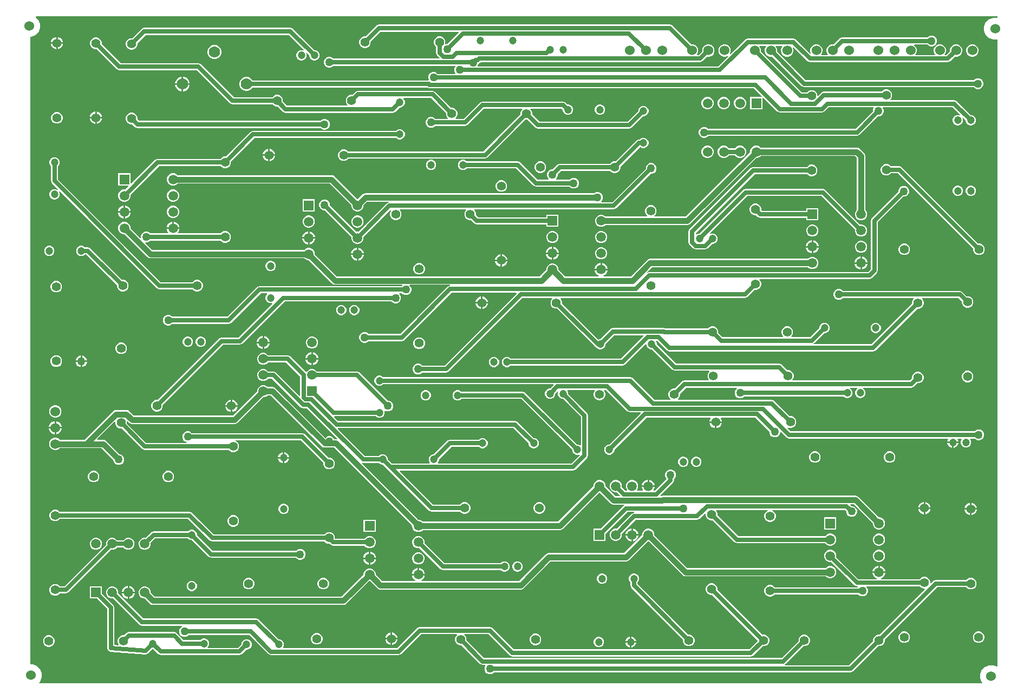
<source format=gbr>
G04*
G04 #@! TF.GenerationSoftware,Altium Limited,Altium Designer,22.4.2 (48)*
G04*
G04 Layer_Physical_Order=2*
G04 Layer_Color=16711680*
%FSLAX25Y25*%
%MOIN*%
G70*
G04*
G04 #@! TF.SameCoordinates,9D7DA267-A193-428E-9E10-CD2539F38239*
G04*
G04*
G04 #@! TF.FilePolarity,Positive*
G04*
G01*
G75*
%ADD22C,0.02500*%
%ADD23C,0.03500*%
%ADD24C,0.05906*%
%ADD25R,0.05906X0.05906*%
%ADD26C,0.07000*%
%ADD27R,0.05906X0.05906*%
%ADD28C,0.04724*%
%ADD29C,0.06000*%
%ADD30C,0.05512*%
%ADD31C,0.05000*%
G36*
X701000Y499817D02*
X700834Y499706D01*
X698166D01*
X695702Y498685D01*
X693815Y496798D01*
X692795Y494334D01*
Y491666D01*
X693815Y489202D01*
X695702Y487315D01*
X698166Y486295D01*
X700834D01*
X701000Y486183D01*
Y100136D01*
X700500Y99808D01*
X698334Y100706D01*
X695666D01*
X693202Y99685D01*
X691315Y97798D01*
X690295Y95334D01*
Y92666D01*
X691315Y90202D01*
X691555Y89962D01*
X691364Y89500D01*
X111136D01*
X110945Y89962D01*
X111685Y90702D01*
X112706Y93166D01*
Y95834D01*
X111685Y98298D01*
X109798Y100185D01*
X107334Y101206D01*
X105500D01*
Y487794D01*
X106334D01*
X108798Y488815D01*
X110685Y490702D01*
X111706Y493166D01*
Y495834D01*
X110685Y498298D01*
X108983Y500000D01*
X109190Y500500D01*
X701000D01*
Y499817D01*
D02*
G37*
%LPC*%
G36*
X122747Y487689D02*
X122500D01*
Y484433D01*
X125756D01*
Y484680D01*
X125184Y486060D01*
X124127Y487117D01*
X122747Y487689D01*
D02*
G37*
G36*
X121500D02*
X121253D01*
X119872Y487117D01*
X118816Y486060D01*
X118244Y484680D01*
Y484433D01*
X121500D01*
Y487689D01*
D02*
G37*
G36*
X499288Y495431D02*
X320279D01*
X318710Y494781D01*
X311985Y488056D01*
X310860D01*
X309553Y487514D01*
X308553Y486514D01*
X308011Y485207D01*
Y483793D01*
X308553Y482486D01*
X309553Y481486D01*
X310860Y480944D01*
X312274D01*
X313581Y481486D01*
X314581Y482486D01*
X315123Y483793D01*
Y484918D01*
X321198Y490993D01*
X369402D01*
X369593Y490531D01*
X362462Y483400D01*
X361644D01*
X361341Y483275D01*
X360988Y483628D01*
X361056Y483793D01*
Y485207D01*
X360514Y486514D01*
X359514Y487514D01*
X358207Y488056D01*
X356793D01*
X355486Y487514D01*
X354486Y486514D01*
X353944Y485207D01*
Y483793D01*
X354486Y482486D01*
X355281Y481690D01*
Y478050D01*
X355931Y476481D01*
X357494Y474918D01*
X357303Y474456D01*
X292085D01*
X291507Y475035D01*
X290294Y475537D01*
X288981D01*
X287768Y475035D01*
X286840Y474107D01*
X286337Y472894D01*
Y471581D01*
X286840Y470368D01*
X287768Y469440D01*
X288981Y468937D01*
X290294D01*
X291507Y469440D01*
X292085Y470018D01*
X367198D01*
X367389Y469556D01*
X367102Y469269D01*
X366600Y468056D01*
Y466744D01*
X367102Y465531D01*
X367152Y465481D01*
X366961Y465019D01*
X356448D01*
X355769Y465698D01*
X354556Y466200D01*
X353244D01*
X352031Y465698D01*
X351102Y464769D01*
X350600Y463556D01*
Y462244D01*
X350904Y461509D01*
X350560Y461034D01*
X242420D01*
X242330Y461251D01*
X241121Y462460D01*
X239540Y463115D01*
X237830D01*
X236249Y462460D01*
X235040Y461251D01*
X234385Y459670D01*
Y457960D01*
X235040Y456379D01*
X236249Y455170D01*
X237830Y454515D01*
X239540D01*
X241121Y455170D01*
X242330Y456379D01*
X242420Y456596D01*
X350150D01*
X351335Y456105D01*
X551033D01*
X555886Y451253D01*
X555679Y450753D01*
X548747D01*
Y443247D01*
X556253D01*
Y450179D01*
X556753Y450386D01*
X565381Y441758D01*
X566950Y441108D01*
X592875D01*
X594444Y441758D01*
X597119Y444434D01*
X624614D01*
X624805Y443972D01*
X624802Y443969D01*
X624300Y442756D01*
Y441938D01*
X613581Y431219D01*
X522848D01*
X522269Y431798D01*
X521056Y432300D01*
X519744D01*
X518531Y431798D01*
X517602Y430869D01*
X517100Y429656D01*
Y428344D01*
X517602Y427131D01*
X518531Y426202D01*
X519744Y425700D01*
X521056D01*
X522269Y426202D01*
X522848Y426781D01*
X614500D01*
X616069Y427431D01*
X627438Y438800D01*
X628256D01*
X629469Y439302D01*
X630398Y440231D01*
X630900Y441444D01*
Y442756D01*
X630398Y443969D01*
X630395Y443972D01*
X630586Y444434D01*
X673428D01*
X678033Y439829D01*
X677750Y439405D01*
X677129Y439662D01*
X675871D01*
X674709Y439181D01*
X673819Y438291D01*
X673338Y437129D01*
Y435871D01*
X673819Y434709D01*
X674709Y433819D01*
X675871Y433338D01*
X677129D01*
X678291Y433819D01*
X679181Y434709D01*
X679662Y435871D01*
Y437129D01*
X679405Y437750D01*
X679829Y438033D01*
X681338Y436524D01*
Y435871D01*
X681819Y434709D01*
X682709Y433819D01*
X683871Y433338D01*
X685129D01*
X686291Y433819D01*
X687181Y434709D01*
X687662Y435871D01*
Y437129D01*
X687181Y438291D01*
X686291Y439181D01*
X685129Y439662D01*
X684476D01*
X675916Y448222D01*
X674347Y448872D01*
X635174D01*
X634967Y449371D01*
X635514Y449919D01*
X636056Y451226D01*
Y452640D01*
X635514Y453947D01*
X634514Y454948D01*
X633207Y455489D01*
X631793D01*
X630486Y454948D01*
X629690Y454152D01*
X594106D01*
X592537Y453502D01*
X590518Y451483D01*
X590056Y451674D01*
Y452140D01*
X589514Y453447D01*
X588514Y454448D01*
X587207Y454989D01*
X585793D01*
X584486Y454448D01*
X583690Y453652D01*
X580486D01*
X555300Y478838D01*
Y480256D01*
X554721Y481652D01*
X554455Y481919D01*
X554646Y482381D01*
X558354D01*
X558545Y481919D01*
X558279Y481652D01*
X557700Y480256D01*
Y478744D01*
X558279Y477348D01*
X559347Y476278D01*
X560744Y475700D01*
X562162D01*
X580431Y457431D01*
X582000Y456781D01*
X686552D01*
X687131Y456202D01*
X688344Y455700D01*
X689656D01*
X690869Y456202D01*
X691798Y457131D01*
X692300Y458344D01*
Y459656D01*
X691798Y460869D01*
X690869Y461798D01*
X689656Y462300D01*
X688344D01*
X687131Y461798D01*
X686552Y461219D01*
X582919D01*
X565300Y478838D01*
Y480256D01*
X564721Y481652D01*
X564455Y481919D01*
X564646Y482381D01*
X568354D01*
X568545Y481919D01*
X568279Y481652D01*
X567700Y480256D01*
Y478744D01*
X568279Y477348D01*
X569347Y476278D01*
X570744Y475700D01*
X572256D01*
X573653Y476278D01*
X574721Y477348D01*
X575300Y478744D01*
Y480256D01*
X574876Y481278D01*
X575300Y481562D01*
X584031Y472831D01*
X585600Y472181D01*
X670400D01*
X671969Y472831D01*
X674838Y475700D01*
X676256D01*
X677653Y476278D01*
X678722Y477348D01*
X679300Y478744D01*
Y480256D01*
X678722Y481652D01*
X677653Y482722D01*
X676256Y483300D01*
X674744D01*
X673348Y482722D01*
X672278Y481652D01*
X671700Y480256D01*
Y478838D01*
X669481Y476619D01*
X668646D01*
X668455Y477081D01*
X668721Y477348D01*
X669300Y478744D01*
Y480256D01*
X668721Y481652D01*
X667653Y482722D01*
X666256Y483300D01*
X664744D01*
X663347Y482722D01*
X662279Y481652D01*
X661700Y480256D01*
Y478744D01*
X662279Y477348D01*
X662545Y477081D01*
X662354Y476619D01*
X650646D01*
X650455Y477081D01*
X650722Y477348D01*
X651300Y478744D01*
Y480256D01*
X650722Y481652D01*
X649793Y482581D01*
X649992Y483081D01*
X657952D01*
X658531Y482502D01*
X659744Y482000D01*
X661056D01*
X662269Y482502D01*
X663198Y483431D01*
X663700Y484644D01*
Y485956D01*
X663198Y487169D01*
X662269Y488098D01*
X661056Y488600D01*
X659744D01*
X658531Y488098D01*
X657952Y487519D01*
X605300D01*
X603731Y486869D01*
X600162Y483300D01*
X598744D01*
X597347Y482722D01*
X596278Y481652D01*
X595700Y480256D01*
Y478744D01*
X596278Y477348D01*
X596545Y477081D01*
X596354Y476619D01*
X592646D01*
X592455Y477081D01*
X592722Y477348D01*
X593300Y478744D01*
Y480256D01*
X592722Y481652D01*
X591652Y482722D01*
X590256Y483300D01*
X588744D01*
X587348Y482722D01*
X586278Y481652D01*
X585700Y480256D01*
Y478744D01*
X586124Y477722D01*
X585700Y477438D01*
X576969Y486169D01*
X575400Y486819D01*
X547200D01*
X545631Y486169D01*
X536730Y477268D01*
X536306Y477551D01*
X536800Y478744D01*
Y480256D01*
X536222Y481652D01*
X535152Y482722D01*
X533756Y483300D01*
X532244D01*
X530848Y482722D01*
X529778Y481652D01*
X529200Y480256D01*
Y478744D01*
X529778Y477348D01*
X530848Y476278D01*
X532244Y475700D01*
X533756D01*
X534949Y476194D01*
X535232Y475770D01*
X529081Y469619D01*
X381139D01*
X380948Y470081D01*
X380998Y470131D01*
X381500Y471344D01*
Y471443D01*
X382648Y471918D01*
X382911Y472181D01*
X517900D01*
X519469Y472831D01*
X522338Y475700D01*
X523756D01*
X525152Y476278D01*
X526222Y477348D01*
X526800Y478744D01*
Y480256D01*
X526222Y481652D01*
X525152Y482722D01*
X523756Y483300D01*
X522244D01*
X520848Y482722D01*
X519778Y481652D01*
X519200Y480256D01*
Y478838D01*
X516981Y476619D01*
X516146D01*
X515955Y477081D01*
X516222Y477348D01*
X516800Y478744D01*
Y480256D01*
X516222Y481652D01*
X515153Y482722D01*
X513756Y483300D01*
X512338D01*
X500857Y494781D01*
X499288Y495431D01*
D02*
G37*
G36*
X125756Y483433D02*
X122500D01*
Y480177D01*
X122747D01*
X124127Y480749D01*
X125184Y481806D01*
X125756Y483186D01*
Y483433D01*
D02*
G37*
G36*
X121500D02*
X118244D01*
Y483186D01*
X118816Y481806D01*
X119872Y480749D01*
X121253Y480177D01*
X121500D01*
Y483433D01*
D02*
G37*
G36*
X265800Y493419D02*
X175767D01*
X174198Y492769D01*
X168418Y486989D01*
X167293D01*
X165986Y486447D01*
X164986Y485447D01*
X164444Y484140D01*
Y482726D01*
X164986Y481419D01*
X165986Y480418D01*
X167293Y479877D01*
X168707D01*
X170014Y480418D01*
X171014Y481419D01*
X171556Y482726D01*
Y483851D01*
X176686Y488981D01*
X264881D01*
X274033Y479829D01*
X273750Y479405D01*
X273129Y479662D01*
X271871D01*
X270709Y479181D01*
X269819Y478291D01*
X269338Y477129D01*
Y475871D01*
X269819Y474709D01*
X270709Y473819D01*
X271871Y473338D01*
X273129D01*
X274291Y473819D01*
X275181Y474709D01*
X275662Y475871D01*
Y477129D01*
X275405Y477750D01*
X275829Y478033D01*
X277338Y476524D01*
Y475871D01*
X277819Y474709D01*
X278709Y473819D01*
X279871Y473338D01*
X281129D01*
X282291Y473819D01*
X283181Y474709D01*
X283662Y475871D01*
Y477129D01*
X283181Y478291D01*
X282291Y479181D01*
X281129Y479662D01*
X280476D01*
X267369Y492769D01*
X265800Y493419D01*
D02*
G37*
G36*
X686256Y483300D02*
X684744D01*
X683348Y482722D01*
X682278Y481652D01*
X681700Y480256D01*
Y478744D01*
X682278Y477348D01*
X683348Y476278D01*
X684744Y475700D01*
X686256D01*
X687652Y476278D01*
X688722Y477348D01*
X689300Y478744D01*
Y480256D01*
X688722Y481652D01*
X687652Y482722D01*
X686256Y483300D01*
D02*
G37*
G36*
X219855Y482800D02*
X218145D01*
X216564Y482145D01*
X215355Y480936D01*
X214700Y479355D01*
Y477645D01*
X215355Y476064D01*
X216564Y474855D01*
X218145Y474200D01*
X219855D01*
X221436Y474855D01*
X222645Y476064D01*
X223300Y477645D01*
Y479355D01*
X222645Y480936D01*
X221436Y482145D01*
X219855Y482800D01*
D02*
G37*
G36*
X200210Y463315D02*
X199815D01*
Y459315D01*
X203815D01*
Y459710D01*
X203130Y461364D01*
X201864Y462630D01*
X200210Y463315D01*
D02*
G37*
G36*
X198815D02*
X198420D01*
X196766Y462630D01*
X195500Y461364D01*
X194815Y459710D01*
Y459315D01*
X198815D01*
Y463315D01*
D02*
G37*
G36*
X203815Y458315D02*
X199815D01*
Y454315D01*
X200210D01*
X201864Y455000D01*
X203130Y456266D01*
X203815Y457920D01*
Y458315D01*
D02*
G37*
G36*
X198815D02*
X194815D01*
Y457920D01*
X195500Y456266D01*
X196766Y455000D01*
X198420Y454315D01*
X198815D01*
Y458315D01*
D02*
G37*
G36*
X543247Y450753D02*
X541753D01*
X540374Y450181D01*
X539319Y449126D01*
X538747Y447747D01*
Y446253D01*
X539319Y444874D01*
X540374Y443819D01*
X541753Y443247D01*
X543247D01*
X544626Y443819D01*
X545681Y444874D01*
X546253Y446253D01*
Y447747D01*
X545681Y449126D01*
X544626Y450181D01*
X543247Y450753D01*
D02*
G37*
G36*
X533247D02*
X531753D01*
X530374Y450181D01*
X529319Y449126D01*
X528747Y447747D01*
Y446253D01*
X529319Y444874D01*
X530374Y443819D01*
X531753Y443247D01*
X533247D01*
X534626Y443819D01*
X535681Y444874D01*
X536253Y446253D01*
Y447747D01*
X535681Y449126D01*
X534626Y450181D01*
X533247Y450753D01*
D02*
G37*
G36*
X523246D02*
X521754D01*
X520374Y450181D01*
X519319Y449126D01*
X518747Y447747D01*
Y446253D01*
X519319Y444874D01*
X520374Y443819D01*
X521754Y443247D01*
X523246D01*
X524626Y443819D01*
X525681Y444874D01*
X526253Y446253D01*
Y447747D01*
X525681Y449126D01*
X524626Y450181D01*
X523246Y450753D01*
D02*
G37*
G36*
X456814Y446162D02*
X455556D01*
X454394Y445681D01*
X453504Y444791D01*
X453023Y443629D01*
Y442371D01*
X453504Y441209D01*
X454394Y440319D01*
X455556Y439838D01*
X456814D01*
X457976Y440319D01*
X458866Y441209D01*
X459347Y442371D01*
Y443629D01*
X458866Y444791D01*
X457976Y445681D01*
X456814Y446162D01*
D02*
G37*
G36*
X146747Y441756D02*
X146500D01*
Y438500D01*
X149756D01*
Y438747D01*
X149184Y440128D01*
X148127Y441184D01*
X146747Y441756D01*
D02*
G37*
G36*
X145500D02*
X145253D01*
X143872Y441184D01*
X142816Y440128D01*
X142244Y438747D01*
Y438500D01*
X145500D01*
Y441756D01*
D02*
G37*
G36*
X122707Y441556D02*
X121293D01*
X119986Y441014D01*
X118985Y440014D01*
X118444Y438707D01*
Y437293D01*
X118985Y435986D01*
X119986Y434985D01*
X121293Y434444D01*
X122707D01*
X124014Y434985D01*
X125014Y435986D01*
X125556Y437293D01*
Y438707D01*
X125014Y440014D01*
X124014Y441014D01*
X122707Y441556D01*
D02*
G37*
G36*
X149756Y437500D02*
X146500D01*
Y434244D01*
X146747D01*
X148127Y434816D01*
X149184Y435873D01*
X149756Y437253D01*
Y437500D01*
D02*
G37*
G36*
X145500D02*
X142244D01*
Y437253D01*
X142816Y435873D01*
X143872Y434816D01*
X145253Y434244D01*
X145500D01*
Y437500D01*
D02*
G37*
G36*
X146707Y487489D02*
X145293D01*
X143986Y486947D01*
X142985Y485947D01*
X142444Y484640D01*
Y483226D01*
X142985Y481919D01*
X143986Y480919D01*
X145293Y480377D01*
X146418D01*
X158864Y467931D01*
X160433Y467281D01*
X208181D01*
X228531Y446931D01*
X230100Y446281D01*
X254690D01*
X255486Y445485D01*
X256793Y444944D01*
X257918D01*
X261231Y441631D01*
X262800Y440981D01*
X328700D01*
X330269Y441631D01*
X332976Y444338D01*
X333629D01*
X334791Y444819D01*
X335681Y445709D01*
X336162Y446871D01*
Y448129D01*
X335681Y449291D01*
X335291Y449681D01*
X335498Y450181D01*
X352248D01*
X361511Y440918D01*
Y439793D01*
X362052Y438486D01*
X362719Y437819D01*
X362512Y437319D01*
X354763D01*
X354184Y437898D01*
X352971Y438400D01*
X351659D01*
X350446Y437898D01*
X349517Y436969D01*
X349015Y435756D01*
Y434444D01*
X349517Y433231D01*
X350446Y432302D01*
X351659Y431800D01*
X352971D01*
X354184Y432302D01*
X354763Y432881D01*
X373200D01*
X374769Y433531D01*
X384819Y443581D01*
X408345D01*
X408552Y443081D01*
X407985Y442514D01*
X407444Y441207D01*
Y440082D01*
X384581Y417219D01*
X301310D01*
X300514Y418014D01*
X299207Y418556D01*
X297793D01*
X296486Y418014D01*
X295485Y417014D01*
X294944Y415707D01*
Y414293D01*
X295485Y412986D01*
X296486Y411985D01*
X297793Y411444D01*
X299207D01*
X300514Y411985D01*
X301310Y412781D01*
X385500D01*
X387069Y413431D01*
X410582Y436944D01*
X411418D01*
X416531Y431831D01*
X418100Y431181D01*
X474215D01*
X475784Y431831D01*
X482976Y439023D01*
X483629D01*
X484791Y439504D01*
X485681Y440394D01*
X486162Y441556D01*
Y442814D01*
X485681Y443976D01*
X484791Y444866D01*
X483629Y445347D01*
X482371D01*
X481209Y444866D01*
X480319Y443976D01*
X479838Y442814D01*
Y442161D01*
X473296Y435619D01*
X419019D01*
X414556Y440082D01*
Y441207D01*
X414014Y442514D01*
X413448Y443081D01*
X413655Y443581D01*
X432781D01*
X433338Y443024D01*
Y442371D01*
X433819Y441209D01*
X434709Y440319D01*
X435871Y439838D01*
X437129D01*
X438291Y440319D01*
X439181Y441209D01*
X439662Y442371D01*
Y443629D01*
X439181Y444791D01*
X438291Y445681D01*
X437129Y446162D01*
X436476D01*
X435269Y447369D01*
X433700Y448019D01*
X383900D01*
X382331Y447369D01*
X372281Y437319D01*
X367622D01*
X367415Y437819D01*
X368081Y438486D01*
X368623Y439793D01*
Y441207D01*
X368081Y442514D01*
X367081Y443514D01*
X365774Y444056D01*
X364649D01*
X354736Y453969D01*
X353167Y454619D01*
X307333D01*
X305764Y453969D01*
X303851Y452056D01*
X302726D01*
X301419Y451514D01*
X300418Y450514D01*
X299877Y449207D01*
Y447793D01*
X300418Y446486D01*
X300985Y445919D01*
X300778Y445419D01*
X263719D01*
X261056Y448082D01*
Y449207D01*
X260514Y450514D01*
X259514Y451514D01*
X258207Y452056D01*
X256793D01*
X255486Y451514D01*
X254690Y450719D01*
X231019D01*
X210669Y471069D01*
X209100Y471719D01*
X161352D01*
X149556Y483515D01*
Y484640D01*
X149014Y485947D01*
X148014Y486947D01*
X146707Y487489D01*
D02*
G37*
G36*
X168707Y441056D02*
X167293D01*
X165986Y440515D01*
X164986Y439514D01*
X164444Y438207D01*
Y436793D01*
X164986Y435486D01*
X165986Y434485D01*
X167293Y433944D01*
X168418D01*
X170031Y432331D01*
X171600Y431681D01*
X284252D01*
X284831Y431102D01*
X286044Y430600D01*
X287356D01*
X288569Y431102D01*
X289498Y432031D01*
X290000Y433244D01*
Y434556D01*
X289498Y435769D01*
X288569Y436698D01*
X287356Y437200D01*
X286044D01*
X284831Y436698D01*
X284252Y436119D01*
X172519D01*
X171556Y437082D01*
Y438207D01*
X171014Y439514D01*
X170014Y440515D01*
X168707Y441056D01*
D02*
G37*
G36*
X333629Y430977D02*
X332371D01*
X331209Y430496D01*
X330747Y430034D01*
X242815D01*
X241246Y429384D01*
X225918Y414056D01*
X224793D01*
X223486Y413515D01*
X222690Y412719D01*
X184000D01*
X182431Y412069D01*
X167715Y397353D01*
X167253Y397544D01*
Y403753D01*
X159747D01*
Y396247D01*
X165956D01*
X166147Y395785D01*
X164115Y393753D01*
X162753D01*
X161374Y393181D01*
X160319Y392126D01*
X159747Y390746D01*
Y389253D01*
X160319Y387874D01*
X161374Y386819D01*
X162753Y386247D01*
X164246D01*
X165626Y386819D01*
X166681Y387874D01*
X167253Y389253D01*
Y390615D01*
X184919Y408281D01*
X222690D01*
X223486Y407485D01*
X224793Y406944D01*
X226207D01*
X227514Y407485D01*
X228515Y408486D01*
X229056Y409793D01*
Y410918D01*
X243734Y425596D01*
X330747D01*
X331209Y425134D01*
X332371Y424653D01*
X333629D01*
X334791Y425134D01*
X335681Y426024D01*
X336162Y427186D01*
Y428444D01*
X335681Y429606D01*
X334791Y430496D01*
X333629Y430977D01*
D02*
G37*
G36*
X483629Y425662D02*
X482371D01*
X481209Y425181D01*
X480747Y424719D01*
X480433D01*
X478864Y424069D01*
X465851Y411056D01*
X464726D01*
X463419Y410514D01*
X462623Y409719D01*
X431600D01*
X430031Y409069D01*
X427162Y406200D01*
X426344D01*
X425131Y405698D01*
X424202Y404769D01*
X423700Y403556D01*
Y402244D01*
X424202Y401031D01*
X424814Y400419D01*
X424607Y399919D01*
X417819D01*
X407169Y410569D01*
X405600Y411219D01*
X374253D01*
X373791Y411681D01*
X372629Y412162D01*
X371371D01*
X370209Y411681D01*
X369319Y410791D01*
X368838Y409629D01*
Y408371D01*
X369319Y407209D01*
X370209Y406319D01*
X371371Y405838D01*
X372629D01*
X373791Y406319D01*
X374253Y406781D01*
X404681D01*
X415331Y396131D01*
X416900Y395481D01*
X437652D01*
X438231Y394902D01*
X439444Y394400D01*
X440756D01*
X441969Y394902D01*
X442898Y395831D01*
X443400Y397044D01*
Y398356D01*
X442898Y399569D01*
X441969Y400498D01*
X440756Y401000D01*
X439444D01*
X438231Y400498D01*
X437652Y399919D01*
X429393D01*
X429186Y400419D01*
X429798Y401031D01*
X430300Y402244D01*
Y403062D01*
X432519Y405281D01*
X462623D01*
X463419Y404486D01*
X464726Y403944D01*
X466140D01*
X467447Y404486D01*
X468447Y405486D01*
X468989Y406793D01*
Y407918D01*
X481049Y419979D01*
X481209Y419819D01*
X482371Y419338D01*
X483629D01*
X484791Y419819D01*
X485681Y420709D01*
X486162Y421871D01*
Y423129D01*
X485681Y424291D01*
X484791Y425181D01*
X483629Y425662D01*
D02*
G37*
G36*
X543247Y420753D02*
X541753D01*
X540374Y420181D01*
X539412Y419219D01*
X535588D01*
X534626Y420181D01*
X533247Y420753D01*
X531753D01*
X530374Y420181D01*
X529319Y419126D01*
X528747Y417746D01*
Y416254D01*
X529319Y414874D01*
X530374Y413819D01*
X531753Y413247D01*
X533247D01*
X534626Y413819D01*
X535588Y414781D01*
X539412D01*
X540374Y413819D01*
X541753Y413247D01*
X543247D01*
X544626Y413819D01*
X545681Y414874D01*
X546253Y416254D01*
Y417746D01*
X545681Y419126D01*
X544626Y420181D01*
X543247Y420753D01*
D02*
G37*
G36*
X253314Y418756D02*
X253067D01*
Y415500D01*
X256323D01*
Y415747D01*
X255751Y417128D01*
X254695Y418184D01*
X253314Y418756D01*
D02*
G37*
G36*
X252067D02*
X251820D01*
X250439Y418184D01*
X249383Y417128D01*
X248811Y415747D01*
Y415500D01*
X252067D01*
Y418756D01*
D02*
G37*
G36*
X523246Y420753D02*
X521754D01*
X520374Y420181D01*
X519319Y419126D01*
X518747Y417746D01*
Y416254D01*
X519319Y414874D01*
X520374Y413819D01*
X521754Y413247D01*
X523246D01*
X524626Y413819D01*
X525681Y414874D01*
X526253Y416254D01*
Y417746D01*
X525681Y419126D01*
X524626Y420181D01*
X523246Y420753D01*
D02*
G37*
G36*
X256323Y414500D02*
X253067D01*
Y411244D01*
X253314D01*
X254695Y411816D01*
X255751Y412873D01*
X256323Y414253D01*
Y414500D01*
D02*
G37*
G36*
X252067D02*
X248811D01*
Y414253D01*
X249383Y412873D01*
X250439Y411816D01*
X251820Y411244D01*
X252067D01*
Y414500D01*
D02*
G37*
G36*
X352944Y412162D02*
X351686D01*
X350524Y411681D01*
X349634Y410791D01*
X349153Y409629D01*
Y408371D01*
X349634Y407209D01*
X350524Y406319D01*
X351686Y405838D01*
X352944D01*
X354106Y406319D01*
X354996Y407209D01*
X355477Y408371D01*
Y409629D01*
X354996Y410791D01*
X354106Y411681D01*
X352944Y412162D01*
D02*
G37*
G36*
X420207Y411056D02*
X418793D01*
X417486Y410514D01*
X416486Y409514D01*
X415944Y408207D01*
Y406793D01*
X416486Y405486D01*
X417486Y404486D01*
X418793Y403944D01*
X420207D01*
X421514Y404486D01*
X422514Y405486D01*
X423056Y406793D01*
Y408207D01*
X422514Y409514D01*
X421514Y410514D01*
X420207Y411056D01*
D02*
G37*
G36*
X587207Y409056D02*
X585793D01*
X584486Y408514D01*
X583690Y407719D01*
X550600D01*
X549031Y407069D01*
X511431Y369469D01*
X510781Y367900D01*
Y361200D01*
X511431Y359631D01*
X513631Y357431D01*
X515200Y356781D01*
X521000D01*
X522569Y357431D01*
X525476Y360338D01*
X526129D01*
X527291Y360819D01*
X528181Y361709D01*
X528662Y362871D01*
Y364129D01*
X528181Y365291D01*
X527291Y366181D01*
X526129Y366662D01*
X524871D01*
X524250Y366405D01*
X523967Y366829D01*
X546919Y389781D01*
X592581D01*
X613247Y369115D01*
Y367754D01*
X613819Y366374D01*
X614874Y365319D01*
X616254Y364747D01*
X617746D01*
X619126Y365319D01*
X620181Y366374D01*
X620753Y367754D01*
Y369247D01*
X620181Y370626D01*
X619126Y371681D01*
X617746Y372253D01*
X616385D01*
X595069Y393569D01*
X593500Y394219D01*
X546000D01*
X544431Y393569D01*
X517524Y366662D01*
X516871D01*
X515709Y366181D01*
X515681Y366153D01*
X515219Y366344D01*
Y366981D01*
X551519Y403281D01*
X583690D01*
X584486Y402486D01*
X585793Y401944D01*
X587207D01*
X588514Y402486D01*
X589514Y403486D01*
X590056Y404793D01*
Y406207D01*
X589514Y407514D01*
X588514Y408514D01*
X587207Y409056D01*
D02*
G37*
G36*
X121129Y413662D02*
X119871D01*
X118709Y413181D01*
X117819Y412291D01*
X117338Y411129D01*
Y409871D01*
X117819Y408709D01*
X118281Y408247D01*
Y399100D01*
X118931Y397531D01*
X122590Y393872D01*
X122291Y393496D01*
X121129Y393977D01*
X119871D01*
X118709Y393496D01*
X117819Y392606D01*
X117338Y391444D01*
Y390186D01*
X117819Y389024D01*
X118709Y388134D01*
X119871Y387653D01*
X121129D01*
X122291Y388134D01*
X123181Y389024D01*
X123662Y390186D01*
Y391444D01*
X123181Y392606D01*
X123557Y392905D01*
X183531Y332931D01*
X185100Y332281D01*
X205623D01*
X206419Y331486D01*
X207726Y330944D01*
X209140D01*
X210447Y331486D01*
X211448Y332486D01*
X211989Y333793D01*
Y335207D01*
X211448Y336514D01*
X210447Y337514D01*
X209140Y338056D01*
X207726D01*
X206419Y337514D01*
X205623Y336719D01*
X186019D01*
X122719Y400019D01*
Y408247D01*
X123181Y408709D01*
X123662Y409871D01*
Y411129D01*
X123181Y412291D01*
X122291Y413181D01*
X121129Y413662D01*
D02*
G37*
G36*
X396207Y399556D02*
X394793D01*
X393486Y399014D01*
X392485Y398014D01*
X391944Y396707D01*
Y395293D01*
X392485Y393986D01*
X393486Y392986D01*
X394793Y392444D01*
X396207D01*
X397514Y392986D01*
X398515Y393986D01*
X399056Y395293D01*
Y396707D01*
X398515Y398014D01*
X397514Y399014D01*
X396207Y399556D01*
D02*
G37*
G36*
X685129Y396162D02*
X683871D01*
X682709Y395681D01*
X681819Y394791D01*
X681338Y393629D01*
Y392371D01*
X681819Y391209D01*
X682709Y390319D01*
X683871Y389838D01*
X685129D01*
X686291Y390319D01*
X687181Y391209D01*
X687662Y392371D01*
Y393629D01*
X687181Y394791D01*
X686291Y395681D01*
X685129Y396162D01*
D02*
G37*
G36*
X677129D02*
X675871D01*
X674709Y395681D01*
X673819Y394791D01*
X673338Y393629D01*
Y392371D01*
X673819Y391209D01*
X674709Y390319D01*
X675871Y389838D01*
X677129D01*
X678291Y390319D01*
X679181Y391209D01*
X679662Y392371D01*
Y393629D01*
X679181Y394791D01*
X678291Y395681D01*
X677129Y396162D01*
D02*
G37*
G36*
X194246Y393753D02*
X192754D01*
X191374Y393181D01*
X190319Y392126D01*
X189747Y390746D01*
Y389253D01*
X190319Y387874D01*
X191374Y386819D01*
X192754Y386247D01*
X194246D01*
X195626Y386819D01*
X196681Y387874D01*
X197253Y389253D01*
Y390746D01*
X196681Y392126D01*
X195626Y393181D01*
X194246Y393753D01*
D02*
G37*
G36*
X488456Y410100D02*
X487144D01*
X485931Y409598D01*
X485002Y408669D01*
X484500Y407456D01*
Y406638D01*
X463881Y386019D01*
X457193D01*
X456986Y386519D01*
X457498Y387031D01*
X458000Y388244D01*
Y389556D01*
X457498Y390769D01*
X456569Y391698D01*
X455356Y392200D01*
X454044D01*
X452831Y391698D01*
X452633Y391500D01*
X311900D01*
X310905Y391302D01*
X310062Y390739D01*
X307076Y387753D01*
X306924D01*
X292839Y401838D01*
X291995Y402402D01*
X291000Y402600D01*
X196207D01*
X195626Y403181D01*
X194246Y403753D01*
X192754D01*
X191374Y403181D01*
X190319Y402126D01*
X189747Y400746D01*
Y399254D01*
X190319Y397874D01*
X191374Y396819D01*
X192754Y396247D01*
X194246D01*
X195626Y396819D01*
X196207Y397400D01*
X289923D01*
X303247Y384076D01*
Y383254D01*
X303819Y381874D01*
X304874Y380819D01*
X306254Y380247D01*
X307747D01*
X309126Y380819D01*
X310181Y381874D01*
X310753Y383254D01*
Y384076D01*
X312977Y386300D01*
X326172D01*
X326272Y385800D01*
X325231Y385369D01*
X307615Y367753D01*
X306385D01*
X290000Y384138D01*
Y384956D01*
X289498Y386169D01*
X288569Y387098D01*
X287356Y387600D01*
X286044D01*
X284831Y387098D01*
X283902Y386169D01*
X283400Y384956D01*
Y383644D01*
X283902Y382431D01*
X284831Y381502D01*
X286044Y381000D01*
X286862D01*
X303247Y364615D01*
Y363253D01*
X303819Y361874D01*
X304874Y360819D01*
X306254Y360247D01*
X307747D01*
X309126Y360819D01*
X310181Y361874D01*
X310753Y363253D01*
Y364615D01*
X327426Y381288D01*
X327531Y381267D01*
X327695Y380724D01*
X327485Y380514D01*
X326944Y379207D01*
Y377793D01*
X327485Y376486D01*
X328486Y375485D01*
X329793Y374944D01*
X331207D01*
X332514Y375485D01*
X333514Y376486D01*
X334056Y377793D01*
Y379207D01*
X333514Y380514D01*
X332948Y381081D01*
X333155Y381581D01*
X373778D01*
X373985Y381081D01*
X373418Y380514D01*
X372877Y379207D01*
Y377793D01*
X373418Y376486D01*
X374419Y375485D01*
X375726Y374944D01*
X376851D01*
X378864Y372931D01*
X380433Y372281D01*
X423247D01*
Y370747D01*
X430753D01*
Y378253D01*
X423247D01*
Y376719D01*
X381352D01*
X379989Y378082D01*
Y379207D01*
X379448Y380514D01*
X378881Y381081D01*
X379088Y381581D01*
X464800D01*
X466369Y382231D01*
X487638Y403500D01*
X488456D01*
X489669Y404002D01*
X490598Y404931D01*
X491100Y406144D01*
Y407456D01*
X490598Y408669D01*
X489669Y409598D01*
X488456Y410100D01*
D02*
G37*
G36*
X164286Y383953D02*
X164000D01*
Y380500D01*
X167453D01*
Y380786D01*
X166851Y382239D01*
X165739Y383351D01*
X164286Y383953D01*
D02*
G37*
G36*
X163000D02*
X162714D01*
X161261Y383351D01*
X160149Y382239D01*
X159547Y380786D01*
Y380500D01*
X163000D01*
Y383953D01*
D02*
G37*
G36*
X280753Y387753D02*
X273247D01*
Y380247D01*
X280753D01*
Y387753D01*
D02*
G37*
G36*
X194246Y383753D02*
X192754D01*
X191374Y383181D01*
X190319Y382126D01*
X189747Y380747D01*
Y379254D01*
X190319Y377874D01*
X191374Y376819D01*
X192754Y376247D01*
X194246D01*
X195626Y376819D01*
X196681Y377874D01*
X197253Y379254D01*
Y380747D01*
X196681Y382126D01*
X195626Y383181D01*
X194246Y383753D01*
D02*
G37*
G36*
X167453Y379500D02*
X164000D01*
Y376047D01*
X164286D01*
X165739Y376649D01*
X166851Y377761D01*
X167453Y379214D01*
Y379500D01*
D02*
G37*
G36*
X163000D02*
X159547D01*
Y379214D01*
X160149Y377761D01*
X161261Y376649D01*
X162714Y376047D01*
X163000D01*
Y379500D01*
D02*
G37*
G36*
X553246Y420753D02*
X551754D01*
X550374Y420181D01*
X549319Y419126D01*
X548747Y417746D01*
Y416924D01*
X508923Y377100D01*
X489791D01*
X489629Y377600D01*
X490515Y378486D01*
X491056Y379793D01*
Y381207D01*
X490515Y382514D01*
X489514Y383514D01*
X488207Y384056D01*
X486793D01*
X485486Y383514D01*
X484485Y382514D01*
X483944Y381207D01*
Y379793D01*
X484485Y378486D01*
X485371Y377600D01*
X485209Y377100D01*
X459707D01*
X459126Y377681D01*
X457747Y378253D01*
X456253D01*
X454874Y377681D01*
X453819Y376626D01*
X453247Y375247D01*
Y373753D01*
X453819Y372374D01*
X454874Y371319D01*
X456253Y370747D01*
X457747D01*
X459126Y371319D01*
X459707Y371900D01*
X510000D01*
X510995Y372098D01*
X511838Y372661D01*
X552424Y413247D01*
X553246D01*
X554626Y413819D01*
X555207Y414400D01*
X613323D01*
X614400Y413323D01*
Y381207D01*
X613819Y380626D01*
X613247Y379246D01*
Y377753D01*
X613819Y376374D01*
X614874Y375319D01*
X616254Y374747D01*
X617746D01*
X619126Y375319D01*
X620181Y376374D01*
X620753Y377753D01*
Y379246D01*
X620181Y380626D01*
X619600Y381207D01*
Y414400D01*
X619402Y415395D01*
X618839Y416238D01*
X616238Y418839D01*
X615395Y419402D01*
X614400Y419600D01*
X555207D01*
X554626Y420181D01*
X553246Y420753D01*
D02*
G37*
G36*
X552707Y385056D02*
X551293D01*
X549986Y384514D01*
X548985Y383514D01*
X548444Y382207D01*
Y380793D01*
X548985Y379486D01*
X549986Y378485D01*
X551293Y377944D01*
X552418D01*
X553431Y376931D01*
X555000Y376281D01*
X583247D01*
Y374747D01*
X590753D01*
Y382253D01*
X583247D01*
Y380719D01*
X555919D01*
X555556Y381082D01*
Y382207D01*
X555015Y383514D01*
X554014Y384514D01*
X552707Y385056D01*
D02*
G37*
G36*
X194286Y373953D02*
X194000D01*
Y370500D01*
X197453D01*
Y370786D01*
X196851Y372239D01*
X195739Y373351D01*
X194286Y373953D01*
D02*
G37*
G36*
X193000D02*
X192714D01*
X191261Y373351D01*
X190149Y372239D01*
X189547Y370786D01*
Y370500D01*
X193000D01*
Y373953D01*
D02*
G37*
G36*
X307747Y377753D02*
X306254D01*
X304874Y377181D01*
X303819Y376126D01*
X303247Y374746D01*
Y373253D01*
X303819Y371874D01*
X304874Y370819D01*
X306254Y370247D01*
X307747D01*
X309126Y370819D01*
X310181Y371874D01*
X310753Y373253D01*
Y374746D01*
X310181Y376126D01*
X309126Y377181D01*
X307747Y377753D01*
D02*
G37*
G36*
X277747D02*
X276254D01*
X274874Y377181D01*
X273819Y376126D01*
X273247Y374746D01*
Y373253D01*
X273819Y371874D01*
X274874Y370819D01*
X276254Y370247D01*
X277747D01*
X279126Y370819D01*
X280181Y371874D01*
X280753Y373253D01*
Y374746D01*
X280181Y376126D01*
X279126Y377181D01*
X277747Y377753D01*
D02*
G37*
G36*
X587746Y372253D02*
X586253D01*
X584874Y371681D01*
X583819Y370626D01*
X583247Y369247D01*
Y367754D01*
X583819Y366374D01*
X584874Y365319D01*
X586253Y364747D01*
X587746D01*
X589126Y365319D01*
X590181Y366374D01*
X590753Y367754D01*
Y369247D01*
X590181Y370626D01*
X589126Y371681D01*
X587746Y372253D01*
D02*
G37*
G36*
X277786Y367953D02*
X277500D01*
Y364500D01*
X280953D01*
Y364786D01*
X280351Y366239D01*
X279239Y367351D01*
X277786Y367953D01*
D02*
G37*
G36*
X276500D02*
X276214D01*
X274761Y367351D01*
X273649Y366239D01*
X273047Y364786D01*
Y364500D01*
X276500D01*
Y367953D01*
D02*
G37*
G36*
X643956Y396000D02*
X642644D01*
X641431Y395498D01*
X640502Y394569D01*
X640000Y393356D01*
Y392538D01*
X623631Y376169D01*
X622981Y374600D01*
Y344719D01*
X621281Y343019D01*
X486800D01*
X485439Y342455D01*
X485156Y342879D01*
X488177Y345900D01*
X584293D01*
X584874Y345319D01*
X586253Y344747D01*
X587746D01*
X589126Y345319D01*
X590181Y346374D01*
X590753Y347754D01*
Y349247D01*
X590181Y350626D01*
X589126Y351681D01*
X587746Y352253D01*
X586253D01*
X584874Y351681D01*
X584293Y351100D01*
X487100D01*
X486105Y350902D01*
X485261Y350339D01*
X475235Y340312D01*
X458525D01*
X458425Y340812D01*
X459239Y341149D01*
X460351Y342261D01*
X460953Y343714D01*
Y344000D01*
X453047D01*
Y343714D01*
X453649Y342261D01*
X454761Y341149D01*
X455575Y340812D01*
X455475Y340312D01*
X434865D01*
X430753Y344424D01*
Y345247D01*
X430181Y346626D01*
X429126Y347681D01*
X427746Y348253D01*
X426254D01*
X424874Y347681D01*
X423819Y346626D01*
X423247Y345247D01*
Y344424D01*
X419123Y340300D01*
X294377D01*
X280753Y353924D01*
Y354747D01*
X280181Y356126D01*
X279126Y357181D01*
X277747Y357753D01*
X276254D01*
X274874Y357181D01*
X274293Y356600D01*
X180577D01*
X176409Y360768D01*
X176617Y361267D01*
X177723D01*
X178936Y361769D01*
X179515Y362348D01*
X222690D01*
X223486Y361553D01*
X224793Y361011D01*
X226207D01*
X227514Y361553D01*
X228515Y362553D01*
X229056Y363860D01*
Y365274D01*
X228515Y366581D01*
X227514Y367582D01*
X226207Y368123D01*
X224793D01*
X223486Y367582D01*
X222690Y366786D01*
X196529D01*
X196338Y367248D01*
X196851Y367761D01*
X197453Y369214D01*
Y369500D01*
X189547D01*
Y369214D01*
X190149Y367761D01*
X190662Y367248D01*
X190471Y366786D01*
X179515D01*
X178936Y367365D01*
X177723Y367867D01*
X176411D01*
X175198Y367365D01*
X174269Y366436D01*
X173767Y365223D01*
Y364117D01*
X173267Y363909D01*
X167253Y369924D01*
Y370746D01*
X166681Y372126D01*
X165626Y373181D01*
X164246Y373753D01*
X162753D01*
X161374Y373181D01*
X160319Y372126D01*
X159747Y370746D01*
Y369253D01*
X160319Y367874D01*
X161374Y366819D01*
X162753Y366247D01*
X163576D01*
X177662Y352162D01*
X178505Y351598D01*
X179500Y351400D01*
X274293D01*
X274874Y350819D01*
X276254Y350247D01*
X277076D01*
X291461Y335861D01*
X292305Y335298D01*
X293300Y335100D01*
X334408D01*
X334612Y334636D01*
X334361Y334319D01*
X246700D01*
X245131Y333669D01*
X226881Y315419D01*
X192948D01*
X192369Y315998D01*
X191156Y316500D01*
X189844D01*
X188631Y315998D01*
X187702Y315069D01*
X187200Y313856D01*
Y312544D01*
X187702Y311331D01*
X188631Y310402D01*
X189844Y309900D01*
X191156D01*
X192369Y310402D01*
X192948Y310981D01*
X227800D01*
X229369Y311631D01*
X247619Y329881D01*
X251202D01*
X251409Y329381D01*
X250819Y328791D01*
X250338Y327629D01*
Y326371D01*
X250819Y325209D01*
X251709Y324319D01*
X252871Y323838D01*
X254129D01*
X254408Y323954D01*
X254692Y323530D01*
X233681Y302519D01*
X223300D01*
X221731Y301869D01*
X183918Y264056D01*
X182793D01*
X181486Y263514D01*
X180485Y262514D01*
X179944Y261207D01*
Y259793D01*
X180485Y258486D01*
X181486Y257486D01*
X182793Y256944D01*
X184207D01*
X185514Y257486D01*
X186514Y258486D01*
X187056Y259793D01*
Y260918D01*
X224219Y298081D01*
X234600D01*
X236169Y298731D01*
X262219Y324781D01*
X328052D01*
X328631Y324202D01*
X329844Y323700D01*
X331156D01*
X332369Y324202D01*
X333298Y325131D01*
X333800Y326344D01*
Y327656D01*
X333298Y328869D01*
X332786Y329381D01*
X332993Y329881D01*
X334452D01*
X335031Y329302D01*
X336244Y328800D01*
X337556D01*
X338769Y329302D01*
X339698Y330231D01*
X340200Y331444D01*
Y332756D01*
X339698Y333969D01*
X339067Y334600D01*
X339274Y335100D01*
X364054D01*
X364100Y334619D01*
X362531Y333969D01*
X333381Y304819D01*
X313848D01*
X313269Y305398D01*
X312056Y305900D01*
X310744D01*
X309531Y305398D01*
X308602Y304469D01*
X308100Y303256D01*
Y301944D01*
X308602Y300731D01*
X309531Y299802D01*
X310744Y299300D01*
X312056D01*
X313269Y299802D01*
X313848Y300381D01*
X334300D01*
X335869Y301031D01*
X365019Y330181D01*
X404790D01*
X404981Y329719D01*
X360581Y285319D01*
X346748D01*
X346169Y285898D01*
X344956Y286400D01*
X343644D01*
X342431Y285898D01*
X341502Y284969D01*
X341000Y283756D01*
Y282444D01*
X341502Y281231D01*
X342431Y280302D01*
X343644Y279800D01*
X344956D01*
X346169Y280302D01*
X346748Y280881D01*
X361500D01*
X363069Y281531D01*
X408419Y326881D01*
X426632D01*
X426823Y326419D01*
X426418Y326014D01*
X425877Y324707D01*
Y323293D01*
X426418Y321986D01*
X427419Y320986D01*
X428726Y320444D01*
X429851D01*
X453364Y296931D01*
X453807Y296747D01*
X453823Y296709D01*
X454713Y295819D01*
X455875Y295338D01*
X457133D01*
X458295Y295819D01*
X459185Y296709D01*
X459666Y297871D01*
Y298524D01*
X465135Y303993D01*
X482902D01*
X483093Y303531D01*
X469281Y289719D01*
X401253D01*
X400791Y290181D01*
X399629Y290662D01*
X398371D01*
X397209Y290181D01*
X396319Y289291D01*
X395838Y288129D01*
Y286871D01*
X396319Y285709D01*
X397209Y284819D01*
X398371Y284338D01*
X399629D01*
X400791Y284819D01*
X401253Y285281D01*
X470200D01*
X471769Y285931D01*
X484376Y298538D01*
X484838Y298346D01*
Y297871D01*
X485319Y296709D01*
X486209Y295819D01*
X487371Y295338D01*
X488024D01*
X500631Y282731D01*
X502200Y282081D01*
X523412D01*
X523619Y281581D01*
X523053Y281014D01*
X522511Y279707D01*
Y278293D01*
X523053Y276986D01*
X523457Y276581D01*
X523266Y276119D01*
X508333D01*
X506764Y275469D01*
X502351Y271056D01*
X501226D01*
X499919Y270514D01*
X498918Y269514D01*
X498377Y268207D01*
Y266793D01*
X498918Y265486D01*
X499685Y264719D01*
X499478Y264219D01*
X489919D01*
X476569Y277569D01*
X475000Y278219D01*
X322753D01*
X322291Y278681D01*
X321129Y279162D01*
X319871D01*
X318709Y278681D01*
X317819Y277791D01*
X317338Y276629D01*
Y275371D01*
X317819Y274209D01*
X318709Y273319D01*
X319871Y272838D01*
X321129D01*
X322291Y273319D01*
X322753Y273781D01*
X427490D01*
X427681Y273319D01*
X425524Y271162D01*
X424871D01*
X423709Y270681D01*
X422819Y269791D01*
X422338Y268629D01*
Y267371D01*
X422819Y266209D01*
X423709Y265319D01*
X424871Y264838D01*
X426129D01*
X427291Y265319D01*
X428181Y266209D01*
X428662Y267371D01*
Y268024D01*
X430171Y269533D01*
X430595Y269250D01*
X430338Y268629D01*
Y267371D01*
X430819Y266209D01*
X431709Y265319D01*
X432871Y264838D01*
X433524D01*
X444581Y253781D01*
Y236359D01*
X444119Y236168D01*
X444106Y236181D01*
X442944Y236662D01*
X442291D01*
X410384Y268569D01*
X408815Y269219D01*
X370938D01*
X370476Y269681D01*
X369314Y270162D01*
X368056D01*
X366894Y269681D01*
X366004Y268791D01*
X365523Y267629D01*
Y266371D01*
X366004Y265209D01*
X366894Y264319D01*
X368056Y263838D01*
X369314D01*
X370476Y264319D01*
X370938Y264781D01*
X407896D01*
X439153Y233524D01*
Y232871D01*
X439634Y231709D01*
X440524Y230819D01*
X441686Y230338D01*
X442944D01*
X443710Y230655D01*
X443993Y230231D01*
X438781Y225019D01*
X356644D01*
X356453Y225481D01*
X356681Y225709D01*
X357162Y226871D01*
Y227524D01*
X364919Y235281D01*
X381747D01*
X382209Y234819D01*
X383371Y234338D01*
X384629D01*
X385791Y234819D01*
X386681Y235709D01*
X387162Y236871D01*
Y238129D01*
X386681Y239291D01*
X385791Y240181D01*
X384629Y240662D01*
X383371D01*
X382209Y240181D01*
X381747Y239719D01*
X364000D01*
X362431Y239069D01*
X354024Y230662D01*
X353371D01*
X352209Y230181D01*
X351319Y229291D01*
X350838Y228129D01*
Y226871D01*
X351319Y225709D01*
X351547Y225481D01*
X351356Y225019D01*
X328123D01*
X325666Y227476D01*
Y228129D01*
X325185Y229291D01*
X324295Y230181D01*
X323133Y230662D01*
X321875D01*
X320713Y230181D01*
X320251Y229719D01*
X311419D01*
X294819Y246319D01*
X295010Y246781D01*
X403077D01*
X412334Y237524D01*
Y236871D01*
X412815Y235709D01*
X413705Y234819D01*
X414867Y234338D01*
X416125D01*
X417287Y234819D01*
X418177Y235709D01*
X418658Y236871D01*
Y238129D01*
X418177Y239291D01*
X417287Y240181D01*
X416125Y240662D01*
X415472D01*
X405565Y250569D01*
X403996Y251219D01*
X295119D01*
X292704Y253634D01*
X292895Y254096D01*
X318247D01*
X318709Y253634D01*
X319871Y253153D01*
X321129D01*
X322291Y253634D01*
X323181Y254524D01*
X323662Y255686D01*
Y256944D01*
X323548Y257220D01*
X323594Y257282D01*
X323951Y257552D01*
X325044Y257100D01*
X326356D01*
X327569Y257602D01*
X328498Y258531D01*
X329000Y259744D01*
Y261056D01*
X328498Y262269D01*
X327569Y263198D01*
X326356Y263700D01*
X325538D01*
X308169Y281069D01*
X306600Y281719D01*
X282088D01*
X281126Y282681D01*
X279747Y283253D01*
X278254D01*
X276874Y282681D01*
X275819Y281626D01*
X275789Y281554D01*
X275199Y281436D01*
X265566Y291069D01*
X263997Y291719D01*
X252088D01*
X251126Y292681D01*
X249746Y293253D01*
X248253D01*
X246874Y292681D01*
X245819Y291626D01*
X245247Y290247D01*
Y288754D01*
X245819Y287374D01*
X246874Y286319D01*
X248253Y285747D01*
X249746D01*
X251126Y286319D01*
X252088Y287281D01*
X263078D01*
X271778Y278581D01*
Y266710D01*
X271316Y266519D01*
X256766Y281069D01*
X255197Y281719D01*
X252088D01*
X251126Y282681D01*
X249746Y283253D01*
X248253D01*
X246874Y282681D01*
X245819Y281626D01*
X245247Y280246D01*
Y278753D01*
X245819Y277374D01*
X246874Y276319D01*
X248253Y275747D01*
X249746D01*
X251126Y276319D01*
X252088Y277281D01*
X254278D01*
X271931Y259628D01*
X273500Y258978D01*
X275884D01*
X294519Y240343D01*
X294273Y239882D01*
X293580Y240020D01*
X292642D01*
X292498Y240369D01*
X291569Y241298D01*
X290356Y241800D01*
X289044D01*
X287831Y241298D01*
X287252Y240719D01*
X256633Y271339D01*
X255789Y271902D01*
X254794Y272100D01*
X251707D01*
X251126Y272681D01*
X249746Y273253D01*
X248253D01*
X246874Y272681D01*
X245819Y271626D01*
X245247Y270247D01*
Y269424D01*
X230223Y254400D01*
X169450D01*
X166638Y257211D01*
X165795Y257775D01*
X164800Y257973D01*
X158400D01*
X157405Y257775D01*
X156562Y257211D01*
X138950Y239600D01*
X123774D01*
X123152Y240222D01*
X121756Y240800D01*
X120244D01*
X118848Y240222D01*
X117779Y239153D01*
X117200Y237756D01*
Y236244D01*
X117779Y234847D01*
X118848Y233779D01*
X120244Y233200D01*
X121756D01*
X123152Y233779D01*
X123774Y234400D01*
X149423D01*
X156800Y227023D01*
Y226744D01*
X157302Y225531D01*
X158231Y224602D01*
X159444Y224100D01*
X160756D01*
X161969Y224602D01*
X162898Y225531D01*
X163400Y226744D01*
Y228056D01*
X162898Y229269D01*
X161969Y230198D01*
X160756Y230700D01*
X160477D01*
X152338Y238839D01*
X151495Y239402D01*
X150500Y239600D01*
X146957D01*
X146766Y240062D01*
X157444Y250740D01*
X157944Y250533D01*
Y249360D01*
X158485Y248053D01*
X159486Y247053D01*
X160793Y246511D01*
X161918D01*
X174498Y233931D01*
X176067Y233281D01*
X227690D01*
X228486Y232486D01*
X229793Y231944D01*
X231207D01*
X232514Y232486D01*
X233514Y233486D01*
X234056Y234793D01*
Y236207D01*
X233514Y237514D01*
X232514Y238514D01*
X231871Y238781D01*
X231970Y239281D01*
X272081D01*
X285944Y225418D01*
Y224293D01*
X286486Y222986D01*
X287486Y221986D01*
X288793Y221444D01*
X290207D01*
X291514Y221986D01*
X292514Y222986D01*
X293056Y224293D01*
Y225707D01*
X292514Y227014D01*
X291514Y228014D01*
X290207Y228556D01*
X289082D01*
X274569Y243069D01*
X273000Y243719D01*
X204948D01*
X204369Y244298D01*
X203156Y244800D01*
X201844D01*
X200631Y244298D01*
X199702Y243369D01*
X199200Y242156D01*
Y240844D01*
X199702Y239631D01*
X200631Y238702D01*
X201844Y238200D01*
X201798Y237719D01*
X176986D01*
X165056Y249649D01*
Y250733D01*
X165286Y250928D01*
X165455Y251041D01*
X166534Y249961D01*
X167378Y249398D01*
X168373Y249200D01*
X231300D01*
X232295Y249398D01*
X233138Y249961D01*
X248924Y265747D01*
X249746D01*
X251126Y266319D01*
X251707Y266900D01*
X253717D01*
X285036Y235582D01*
X285429Y235319D01*
X285813Y235046D01*
X285849Y235038D01*
X285879Y235018D01*
X286342Y234926D01*
X286803Y234821D01*
X286839Y234827D01*
X286874Y234820D01*
X292503D01*
X340747Y186576D01*
Y185754D01*
X341319Y184374D01*
X342374Y183319D01*
X343754Y182747D01*
X345247D01*
X346626Y183319D01*
X347207Y183900D01*
X431500D01*
X432495Y184098D01*
X433338Y184662D01*
X455924Y207247D01*
X456076D01*
X462964Y200359D01*
X463808Y199795D01*
X464803Y199597D01*
X471183D01*
X471282Y199097D01*
X470731Y198869D01*
X456615Y184753D01*
X452247D01*
Y177247D01*
X459753D01*
Y181615D01*
X473219Y195081D01*
X477309D01*
X477400Y194619D01*
X475831Y193969D01*
X466615Y184753D01*
X465253D01*
X463874Y184181D01*
X462819Y183126D01*
X462247Y181746D01*
Y180254D01*
X462819Y178874D01*
X463874Y177819D01*
X465253Y177247D01*
X466747D01*
X468126Y177819D01*
X469181Y178874D01*
X469753Y180254D01*
Y181615D01*
X478319Y190181D01*
X516100D01*
X517669Y190831D01*
X520944Y194106D01*
X521444Y193899D01*
Y192793D01*
X521985Y191486D01*
X522986Y190486D01*
X524293Y189944D01*
X525418D01*
X538931Y176431D01*
X540500Y175781D01*
X594912D01*
X595874Y174819D01*
X597254Y174247D01*
X598746D01*
X600126Y174819D01*
X601181Y175874D01*
X601753Y177253D01*
Y178746D01*
X601181Y180126D01*
X600126Y181181D01*
X598746Y181753D01*
X597254D01*
X595874Y181181D01*
X594912Y180219D01*
X541419D01*
X528556Y193082D01*
Y194207D01*
X528015Y195514D01*
X527710Y195819D01*
X527901Y196281D01*
X559692D01*
X559791Y195781D01*
X558986Y195448D01*
X557985Y194447D01*
X557444Y193140D01*
Y191726D01*
X557985Y190419D01*
X558986Y189418D01*
X560293Y188877D01*
X561707D01*
X563014Y189418D01*
X564014Y190419D01*
X564556Y191726D01*
Y193140D01*
X564014Y194447D01*
X563014Y195448D01*
X562209Y195781D01*
X562308Y196281D01*
X607181D01*
X607900Y195562D01*
Y194744D01*
X608402Y193531D01*
X609331Y192602D01*
X610544Y192100D01*
X611856D01*
X613069Y192602D01*
X613998Y193531D01*
X614500Y194744D01*
Y196056D01*
X613998Y197269D01*
X613069Y198198D01*
X611856Y198700D01*
X611038D01*
X610300Y199438D01*
X610491Y199900D01*
X612423D01*
X624247Y188076D01*
Y187253D01*
X624819Y185874D01*
X625874Y184819D01*
X627253Y184247D01*
X628747D01*
X630126Y184819D01*
X631181Y185874D01*
X631753Y187253D01*
Y188747D01*
X631181Y190126D01*
X630126Y191181D01*
X628747Y191753D01*
X627924D01*
X615339Y204338D01*
X614495Y204902D01*
X613500Y205100D01*
X495106D01*
X494111Y204902D01*
X494053Y204864D01*
X493771Y204923D01*
X493603Y205462D01*
X501269Y213128D01*
X501919Y214697D01*
Y215449D01*
X502498Y216028D01*
X503000Y217241D01*
Y218554D01*
X502498Y219766D01*
X501569Y220695D01*
X500356Y221197D01*
X499044D01*
X497831Y220695D01*
X496902Y219766D01*
X496400Y218554D01*
Y217241D01*
X496902Y216028D01*
X497398Y215533D01*
X490081Y208216D01*
X489459D01*
X489268Y208678D01*
X489351Y208761D01*
X489953Y210214D01*
Y210500D01*
X486000D01*
X482047D01*
Y210214D01*
X482649Y208761D01*
X482732Y208678D01*
X482541Y208216D01*
X479177D01*
X478985Y208678D01*
X479181Y208874D01*
X479753Y210254D01*
Y211747D01*
X479181Y213126D01*
X478126Y214181D01*
X476747Y214753D01*
X475253D01*
X473874Y214181D01*
X472819Y213126D01*
X472247Y211747D01*
Y210254D01*
X472819Y208874D01*
X473015Y208678D01*
X472823Y208216D01*
X471922D01*
X469753Y210385D01*
Y211747D01*
X469181Y213126D01*
X468126Y214181D01*
X466747Y214753D01*
X465253D01*
X463874Y214181D01*
X462819Y213126D01*
X462247Y211747D01*
Y210254D01*
X462819Y208874D01*
X463874Y207819D01*
X465253Y207247D01*
X466615D01*
X468603Y205259D01*
X468411Y204797D01*
X465880D01*
X459753Y210924D01*
Y211747D01*
X459181Y213126D01*
X458126Y214181D01*
X456746Y214753D01*
X455254D01*
X453874Y214181D01*
X452819Y213126D01*
X452247Y211747D01*
Y210924D01*
X430423Y189100D01*
X347207D01*
X346626Y189681D01*
X345247Y190253D01*
X344424D01*
X309539Y225138D01*
X309822Y225562D01*
X310500Y225281D01*
X320251D01*
X320713Y224819D01*
X321875Y224338D01*
X322528D01*
X325635Y221231D01*
X350935Y195931D01*
X352504Y195281D01*
X370190D01*
X370986Y194485D01*
X372293Y193944D01*
X373707D01*
X375014Y194485D01*
X376014Y195486D01*
X376556Y196793D01*
Y198207D01*
X376014Y199514D01*
X375014Y200515D01*
X373707Y201056D01*
X372293D01*
X370986Y200515D01*
X370190Y199719D01*
X353423D01*
X333023Y220119D01*
X333214Y220581D01*
X439700D01*
X441269Y221231D01*
X448369Y228331D01*
X449019Y229900D01*
Y254700D01*
X448369Y256269D01*
X436662Y267976D01*
Y268629D01*
X436181Y269791D01*
X436153Y269819D01*
X436344Y270281D01*
X453099D01*
X453290Y269819D01*
X452985Y269514D01*
X452444Y268207D01*
Y266793D01*
X452985Y265486D01*
X453986Y264486D01*
X455293Y263944D01*
X456707D01*
X458014Y264486D01*
X459015Y265486D01*
X459556Y266793D01*
Y268207D01*
X459015Y269514D01*
X458710Y269819D01*
X458901Y270281D01*
X459781D01*
X472931Y257131D01*
X474500Y256481D01*
X481190D01*
X481381Y256019D01*
X462024Y236662D01*
X461371D01*
X460209Y236181D01*
X459319Y235291D01*
X458838Y234129D01*
Y232871D01*
X459319Y231709D01*
X460209Y230819D01*
X461371Y230338D01*
X462629D01*
X463791Y230819D01*
X464681Y231709D01*
X465162Y232871D01*
Y233524D01*
X484819Y253181D01*
X524283D01*
X524474Y252719D01*
X524383Y252628D01*
X523811Y251247D01*
Y251000D01*
X531323D01*
Y251247D01*
X530751Y252628D01*
X530659Y252719D01*
X530851Y253181D01*
X551981D01*
X560600Y244562D01*
Y243744D01*
X561102Y242531D01*
X562031Y241602D01*
X563244Y241100D01*
X564556D01*
X565769Y241602D01*
X566698Y242531D01*
X567200Y243744D01*
Y244359D01*
X567662Y244550D01*
X571181Y241031D01*
X572750Y240381D01*
X670473D01*
X670664Y239919D01*
X670650Y239904D01*
X670138Y238669D01*
Y238500D01*
X676862D01*
Y238669D01*
X676350Y239904D01*
X676336Y239919D01*
X676527Y240381D01*
X678756D01*
X678947Y239919D01*
X678819Y239791D01*
X678338Y238629D01*
Y237371D01*
X678819Y236209D01*
X679709Y235319D01*
X680871Y234838D01*
X682129D01*
X683291Y235319D01*
X684181Y236209D01*
X684662Y237371D01*
Y238629D01*
X684181Y239791D01*
X684053Y239919D01*
X684244Y240381D01*
X686985D01*
X687564Y239802D01*
X688777Y239300D01*
X690089D01*
X691302Y239802D01*
X692231Y240731D01*
X692733Y241944D01*
Y243256D01*
X692231Y244469D01*
X691302Y245398D01*
X690089Y245900D01*
X688777D01*
X687564Y245398D01*
X686985Y244819D01*
X573669D01*
X571585Y246903D01*
X571868Y247327D01*
X572793Y246944D01*
X574207D01*
X575514Y247485D01*
X576514Y248486D01*
X577056Y249793D01*
Y251207D01*
X576514Y252514D01*
X575514Y253515D01*
X574207Y254056D01*
X573082D01*
X563569Y263569D01*
X562000Y264219D01*
X504388D01*
X504181Y264719D01*
X504948Y265486D01*
X505489Y266793D01*
Y267918D01*
X509252Y271681D01*
X540349D01*
X540514Y271181D01*
X539702Y270369D01*
X539200Y269156D01*
Y267844D01*
X539702Y266631D01*
X540631Y265702D01*
X541844Y265200D01*
X543156D01*
X544369Y265702D01*
X544948Y266281D01*
X606247D01*
X606709Y265819D01*
X607871Y265338D01*
X609129D01*
X610291Y265819D01*
X611181Y266709D01*
X611662Y267871D01*
Y269129D01*
X611181Y270291D01*
X610291Y271181D01*
X610290Y271181D01*
X610390Y271681D01*
X614610D01*
X614710Y271181D01*
X614709Y271181D01*
X613819Y270291D01*
X613338Y269129D01*
Y267871D01*
X613819Y266709D01*
X614709Y265819D01*
X615871Y265338D01*
X617129D01*
X618291Y265819D01*
X619181Y266709D01*
X619662Y267871D01*
Y269129D01*
X619181Y270291D01*
X618291Y271181D01*
X618291Y271181D01*
X618390Y271681D01*
X647900D01*
X649469Y272331D01*
X651582Y274444D01*
X652707D01*
X654014Y274986D01*
X655015Y275986D01*
X655556Y277293D01*
Y278707D01*
X655015Y280014D01*
X654014Y281014D01*
X652707Y281556D01*
X651293D01*
X649986Y281014D01*
X648985Y280014D01*
X648444Y278707D01*
Y277582D01*
X646981Y276119D01*
X574801D01*
X574610Y276581D01*
X575014Y276986D01*
X575556Y278293D01*
Y279707D01*
X575014Y281014D01*
X574014Y282014D01*
X572707Y282556D01*
X571582D01*
X568269Y285869D01*
X566700Y286519D01*
X503119D01*
X491162Y298476D01*
Y299129D01*
X490721Y300193D01*
X490932Y300693D01*
X491481D01*
X497543Y294631D01*
X499112Y293981D01*
X624267D01*
X625836Y294631D01*
X651582Y320377D01*
X652707D01*
X654014Y320918D01*
X655015Y321919D01*
X655556Y323226D01*
Y324640D01*
X655015Y325947D01*
X654543Y326419D01*
X654734Y326881D01*
X676914D01*
X678944Y324851D01*
Y323726D01*
X679486Y322419D01*
X680486Y321418D01*
X681793Y320877D01*
X683207D01*
X684514Y321418D01*
X685514Y322419D01*
X686056Y323726D01*
Y325140D01*
X685514Y326447D01*
X684514Y327448D01*
X683207Y327989D01*
X682082D01*
X679402Y330669D01*
X677833Y331319D01*
X605748D01*
X605169Y331898D01*
X603956Y332400D01*
X602644D01*
X601431Y331898D01*
X600502Y330969D01*
X600000Y329756D01*
Y328444D01*
X600502Y327231D01*
X601431Y326302D01*
X602644Y325800D01*
X603956D01*
X605169Y326302D01*
X605748Y326881D01*
X649266D01*
X649457Y326419D01*
X648985Y325947D01*
X648444Y324640D01*
Y323515D01*
X623348Y298419D01*
X587860D01*
X587761Y298919D01*
X588273Y299131D01*
X594480Y305338D01*
X595133D01*
X596295Y305819D01*
X597185Y306709D01*
X597666Y307871D01*
Y309129D01*
X597185Y310291D01*
X596295Y311181D01*
X595133Y311662D01*
X593875D01*
X592713Y311181D01*
X591823Y310291D01*
X591342Y309129D01*
Y308476D01*
X585785Y302919D01*
X574155D01*
X573948Y303419D01*
X574514Y303986D01*
X575056Y305293D01*
Y306707D01*
X574514Y308014D01*
X573514Y309015D01*
X572207Y309556D01*
X570793D01*
X569486Y309015D01*
X568485Y308014D01*
X567944Y306707D01*
Y305293D01*
X568485Y303986D01*
X569052Y303419D01*
X568845Y302919D01*
X531786D01*
X529123Y305582D01*
Y306707D01*
X528581Y308014D01*
X527581Y309015D01*
X526274Y309556D01*
X524860D01*
X523553Y309015D01*
X522757Y308219D01*
X496224D01*
X495712Y308431D01*
X464216D01*
X462647Y307781D01*
X456528Y301662D01*
X455875D01*
X455192Y301379D01*
X432989Y323582D01*
Y324707D01*
X432447Y326014D01*
X432043Y326419D01*
X432234Y326881D01*
X545533D01*
X547102Y327531D01*
X551582Y332011D01*
X552707D01*
X554014Y332553D01*
X555015Y333553D01*
X555556Y334860D01*
Y336274D01*
X555015Y337581D01*
X554477Y338119D01*
X554668Y338581D01*
X622200D01*
X623769Y339231D01*
X626769Y342231D01*
X627419Y343800D01*
Y373681D01*
X643138Y389400D01*
X643956D01*
X645169Y389902D01*
X646098Y390831D01*
X646600Y392044D01*
Y393356D01*
X646098Y394569D01*
X645169Y395498D01*
X643956Y396000D01*
D02*
G37*
G36*
X457747Y368253D02*
X456253D01*
X454874Y367681D01*
X453819Y366626D01*
X453247Y365247D01*
Y363754D01*
X453819Y362374D01*
X454874Y361319D01*
X456253Y360747D01*
X457747D01*
X459126Y361319D01*
X460181Y362374D01*
X460753Y363754D01*
Y365247D01*
X460181Y366626D01*
X459126Y367681D01*
X457747Y368253D01*
D02*
G37*
G36*
X427746D02*
X426254D01*
X424874Y367681D01*
X423819Y366626D01*
X423247Y365247D01*
Y363754D01*
X423819Y362374D01*
X424874Y361319D01*
X426254Y360747D01*
X427746D01*
X429126Y361319D01*
X430181Y362374D01*
X430753Y363754D01*
Y365247D01*
X430181Y366626D01*
X429126Y367681D01*
X427746Y368253D01*
D02*
G37*
G36*
X280953Y363500D02*
X277500D01*
Y360047D01*
X277786D01*
X279239Y360649D01*
X280351Y361761D01*
X280953Y363214D01*
Y363500D01*
D02*
G37*
G36*
X276500D02*
X273047D01*
Y363214D01*
X273649Y361761D01*
X274761Y360649D01*
X276214Y360047D01*
X276500D01*
Y363500D01*
D02*
G37*
G36*
X587786Y362453D02*
X587500D01*
Y359000D01*
X590953D01*
Y359286D01*
X590351Y360739D01*
X589239Y361851D01*
X587786Y362453D01*
D02*
G37*
G36*
X586500D02*
X586214D01*
X584761Y361851D01*
X583649Y360739D01*
X583047Y359286D01*
Y359000D01*
X586500D01*
Y362453D01*
D02*
G37*
G36*
X427786Y358453D02*
X427500D01*
Y355000D01*
X430953D01*
Y355286D01*
X430351Y356739D01*
X429239Y357851D01*
X427786Y358453D01*
D02*
G37*
G36*
X426500D02*
X426214D01*
X424761Y357851D01*
X423649Y356739D01*
X423047Y355286D01*
Y355000D01*
X426500D01*
Y358453D01*
D02*
G37*
G36*
X617746Y362253D02*
X616254D01*
X614874Y361681D01*
X613819Y360626D01*
X613247Y359246D01*
Y357753D01*
X613819Y356374D01*
X614874Y355319D01*
X616254Y354747D01*
X617746D01*
X619126Y355319D01*
X620181Y356374D01*
X620753Y357753D01*
Y359246D01*
X620181Y360626D01*
X619126Y361681D01*
X617746Y362253D01*
D02*
G37*
G36*
X590953Y358000D02*
X587500D01*
Y354547D01*
X587786D01*
X589239Y355149D01*
X590351Y356261D01*
X590953Y357714D01*
Y358000D01*
D02*
G37*
G36*
X586500D02*
X583047D01*
Y357714D01*
X583649Y356261D01*
X584761Y355149D01*
X586214Y354547D01*
X586500D01*
Y358000D01*
D02*
G37*
G36*
X307786Y357953D02*
X307500D01*
Y354500D01*
X310953D01*
Y354786D01*
X310351Y356239D01*
X309239Y357351D01*
X307786Y357953D01*
D02*
G37*
G36*
X306500D02*
X306214D01*
X304761Y357351D01*
X303649Y356239D01*
X303047Y354786D01*
Y354500D01*
X306500D01*
Y357953D01*
D02*
G37*
G36*
X633207Y409556D02*
X631793D01*
X630486Y409015D01*
X629486Y408014D01*
X628944Y406707D01*
Y405293D01*
X629486Y403986D01*
X630486Y402985D01*
X631793Y402444D01*
X633207D01*
X634514Y402985D01*
X635310Y403781D01*
X639581D01*
X685944Y357418D01*
Y356293D01*
X686485Y354986D01*
X687486Y353986D01*
X688793Y353444D01*
X690207D01*
X691514Y353986D01*
X692515Y354986D01*
X693056Y356293D01*
Y357707D01*
X692515Y359014D01*
X691514Y360015D01*
X690207Y360556D01*
X689082D01*
X642069Y407569D01*
X640500Y408219D01*
X635310D01*
X634514Y409015D01*
X633207Y409556D01*
D02*
G37*
G36*
X644274Y360556D02*
X642860D01*
X641553Y360015D01*
X640553Y359014D01*
X640011Y357707D01*
Y356293D01*
X640553Y354986D01*
X641553Y353986D01*
X642860Y353444D01*
X644274D01*
X645581Y353986D01*
X646582Y354986D01*
X647123Y356293D01*
Y357707D01*
X646582Y359014D01*
X645581Y360015D01*
X644274Y360556D01*
D02*
G37*
G36*
X117944Y359162D02*
X116686D01*
X115524Y358681D01*
X114634Y357791D01*
X114153Y356629D01*
Y355371D01*
X114634Y354209D01*
X115524Y353319D01*
X116686Y352838D01*
X117944D01*
X119106Y353319D01*
X119996Y354209D01*
X120477Y355371D01*
Y356629D01*
X119996Y357791D01*
X119106Y358681D01*
X117944Y359162D01*
D02*
G37*
G36*
X457747Y358253D02*
X456253D01*
X454874Y357681D01*
X453819Y356626D01*
X453247Y355246D01*
Y353753D01*
X453819Y352374D01*
X454874Y351319D01*
X456253Y350747D01*
X457747D01*
X459126Y351319D01*
X460181Y352374D01*
X460753Y353753D01*
Y355246D01*
X460181Y356626D01*
X459126Y357681D01*
X457747Y358253D01*
D02*
G37*
G36*
X396247Y353823D02*
X396000D01*
Y350567D01*
X399256D01*
Y350814D01*
X398684Y352194D01*
X397628Y353251D01*
X396247Y353823D01*
D02*
G37*
G36*
X395000D02*
X394753D01*
X393372Y353251D01*
X392316Y352194D01*
X391744Y350814D01*
Y350567D01*
X395000D01*
Y353823D01*
D02*
G37*
G36*
X430953Y354000D02*
X427500D01*
Y350547D01*
X427786D01*
X429239Y351149D01*
X430351Y352261D01*
X430953Y353714D01*
Y354000D01*
D02*
G37*
G36*
X426500D02*
X423047D01*
Y353714D01*
X423649Y352261D01*
X424761Y351149D01*
X426214Y350547D01*
X426500D01*
Y354000D01*
D02*
G37*
G36*
X310953Y353500D02*
X307500D01*
Y350047D01*
X307786D01*
X309239Y350649D01*
X310351Y351761D01*
X310953Y353214D01*
Y353500D01*
D02*
G37*
G36*
X306500D02*
X303047D01*
Y353214D01*
X303649Y351761D01*
X304761Y350649D01*
X306214Y350047D01*
X306500D01*
Y353500D01*
D02*
G37*
G36*
X617786Y352453D02*
X617500D01*
Y349000D01*
X620953D01*
Y349286D01*
X620351Y350739D01*
X619239Y351851D01*
X617786Y352453D01*
D02*
G37*
G36*
X616500D02*
X616214D01*
X614761Y351851D01*
X613649Y350739D01*
X613047Y349286D01*
Y349000D01*
X616500D01*
Y352453D01*
D02*
G37*
G36*
X399256Y349567D02*
X396000D01*
Y346311D01*
X396247D01*
X397628Y346883D01*
X398684Y347939D01*
X399256Y349320D01*
Y349567D01*
D02*
G37*
G36*
X395000D02*
X391744D01*
Y349320D01*
X392316Y347939D01*
X393372Y346883D01*
X394753Y346311D01*
X395000D01*
Y349567D01*
D02*
G37*
G36*
X457786Y348453D02*
X457500D01*
Y345000D01*
X460953D01*
Y345286D01*
X460351Y346739D01*
X459239Y347851D01*
X457786Y348453D01*
D02*
G37*
G36*
X456500D02*
X456214D01*
X454761Y347851D01*
X453649Y346739D01*
X453047Y345286D01*
Y345000D01*
X456500D01*
Y348453D01*
D02*
G37*
G36*
X620953Y348000D02*
X617500D01*
Y344547D01*
X617786D01*
X619239Y345149D01*
X620351Y346261D01*
X620953Y347714D01*
Y348000D01*
D02*
G37*
G36*
X616500D02*
X613047D01*
Y347714D01*
X613649Y346261D01*
X614761Y345149D01*
X616214Y344547D01*
X616500D01*
Y348000D01*
D02*
G37*
G36*
X254129Y349847D02*
X252871D01*
X251709Y349366D01*
X250819Y348476D01*
X250338Y347314D01*
Y346056D01*
X250819Y344894D01*
X251709Y344004D01*
X252871Y343523D01*
X254129D01*
X255291Y344004D01*
X256181Y344894D01*
X256662Y346056D01*
Y347314D01*
X256181Y348476D01*
X255291Y349366D01*
X254129Y349847D01*
D02*
G37*
G36*
X345707Y348556D02*
X344293D01*
X342986Y348014D01*
X341986Y347014D01*
X341444Y345707D01*
Y344293D01*
X341986Y342986D01*
X342986Y341986D01*
X344293Y341444D01*
X345707D01*
X347014Y341986D01*
X348014Y342986D01*
X348556Y344293D01*
Y345707D01*
X348014Y347014D01*
X347014Y348014D01*
X345707Y348556D01*
D02*
G37*
G36*
X137629Y359162D02*
X136371D01*
X135209Y358681D01*
X134319Y357791D01*
X133838Y356629D01*
Y355371D01*
X134319Y354209D01*
X135209Y353319D01*
X136371Y352838D01*
X137629D01*
X138791Y353319D01*
X139253Y353781D01*
X140081D01*
X158944Y334918D01*
Y333793D01*
X159485Y332486D01*
X160486Y331486D01*
X161793Y330944D01*
X163207D01*
X164514Y331486D01*
X165515Y332486D01*
X166056Y333793D01*
Y335207D01*
X165515Y336514D01*
X164514Y337514D01*
X163207Y338056D01*
X162082D01*
X142569Y357569D01*
X141000Y358219D01*
X139253D01*
X138791Y358681D01*
X137629Y359162D01*
D02*
G37*
G36*
X122207Y337556D02*
X120793D01*
X119486Y337015D01*
X118485Y336014D01*
X117944Y334707D01*
Y333293D01*
X118485Y331986D01*
X119486Y330985D01*
X120793Y330444D01*
X122207D01*
X123514Y330985D01*
X124514Y331986D01*
X125056Y333293D01*
Y334707D01*
X124514Y336014D01*
X123514Y337015D01*
X122207Y337556D01*
D02*
G37*
G36*
X384247Y327756D02*
X384000D01*
Y324500D01*
X387256D01*
Y324747D01*
X386684Y326128D01*
X385628Y327184D01*
X384247Y327756D01*
D02*
G37*
G36*
X383000D02*
X382753D01*
X381372Y327184D01*
X380316Y326128D01*
X379744Y324747D01*
Y324500D01*
X383000D01*
Y327756D01*
D02*
G37*
G36*
X387256Y323500D02*
X384000D01*
Y320244D01*
X384247D01*
X385628Y320816D01*
X386684Y321872D01*
X387256Y323253D01*
Y323500D01*
D02*
G37*
G36*
X383000D02*
X379744D01*
Y323253D01*
X380316Y321872D01*
X381372Y320816D01*
X382753Y320244D01*
X383000D01*
Y323500D01*
D02*
G37*
G36*
X305629Y322662D02*
X304371D01*
X303209Y322181D01*
X302319Y321291D01*
X301838Y320129D01*
Y318871D01*
X302319Y317709D01*
X303209Y316819D01*
X304371Y316338D01*
X305629D01*
X306791Y316819D01*
X307681Y317709D01*
X308162Y318871D01*
Y320129D01*
X307681Y321291D01*
X306791Y322181D01*
X305629Y322662D01*
D02*
G37*
G36*
X297629D02*
X296371D01*
X295209Y322181D01*
X294319Y321291D01*
X293838Y320129D01*
Y318871D01*
X294319Y317709D01*
X295209Y316819D01*
X296371Y316338D01*
X297629D01*
X298791Y316819D01*
X299681Y317709D01*
X300162Y318871D01*
Y320129D01*
X299681Y321291D01*
X298791Y322181D01*
X297629Y322662D01*
D02*
G37*
G36*
X626629Y311662D02*
X625371D01*
X624209Y311181D01*
X623319Y310291D01*
X622838Y309129D01*
Y307871D01*
X623319Y306709D01*
X624209Y305819D01*
X625371Y305338D01*
X626629D01*
X627791Y305819D01*
X628681Y306709D01*
X629162Y307871D01*
Y309129D01*
X628681Y310291D01*
X627791Y311181D01*
X626629Y311662D01*
D02*
G37*
G36*
X249786Y303453D02*
X249500D01*
Y300000D01*
X252953D01*
Y300286D01*
X252351Y301739D01*
X251239Y302851D01*
X249786Y303453D01*
D02*
G37*
G36*
X248500D02*
X248214D01*
X246761Y302851D01*
X245649Y301739D01*
X245047Y300286D01*
Y300000D01*
X248500D01*
Y303453D01*
D02*
G37*
G36*
X211129Y303162D02*
X209871D01*
X208709Y302681D01*
X207819Y301791D01*
X207338Y300629D01*
Y299371D01*
X207819Y298209D01*
X208709Y297319D01*
X209871Y296838D01*
X211129D01*
X212291Y297319D01*
X213181Y298209D01*
X213662Y299371D01*
Y300629D01*
X213181Y301791D01*
X212291Y302681D01*
X211129Y303162D01*
D02*
G37*
G36*
X203129D02*
X201871D01*
X200709Y302681D01*
X199819Y301791D01*
X199338Y300629D01*
Y299371D01*
X199819Y298209D01*
X200709Y297319D01*
X201871Y296838D01*
X203129D01*
X204291Y297319D01*
X205181Y298209D01*
X205662Y299371D01*
Y300629D01*
X205181Y301791D01*
X204291Y302681D01*
X203129Y303162D01*
D02*
G37*
G36*
X279747Y303253D02*
X278254D01*
X276874Y302681D01*
X275819Y301626D01*
X275247Y300247D01*
Y298753D01*
X275819Y297374D01*
X276874Y296319D01*
X278254Y295747D01*
X279747D01*
X281126Y296319D01*
X282181Y297374D01*
X282753Y298753D01*
Y300247D01*
X282181Y301626D01*
X281126Y302681D01*
X279747Y303253D01*
D02*
G37*
G36*
X252953Y299000D02*
X249500D01*
Y295547D01*
X249786D01*
X251239Y296149D01*
X252351Y297261D01*
X252953Y298714D01*
Y299000D01*
D02*
G37*
G36*
X248500D02*
X245047D01*
Y298714D01*
X245649Y297261D01*
X246761Y296149D01*
X248214Y295547D01*
X248500D01*
Y299000D01*
D02*
G37*
G36*
X345707Y302623D02*
X344293D01*
X342986Y302081D01*
X341986Y301081D01*
X341444Y299774D01*
Y298360D01*
X341986Y297053D01*
X342986Y296053D01*
X344293Y295511D01*
X345707D01*
X347014Y296053D01*
X348014Y297053D01*
X348556Y298360D01*
Y299774D01*
X348014Y301081D01*
X347014Y302081D01*
X345707Y302623D01*
D02*
G37*
G36*
X162207Y299556D02*
X160793D01*
X159486Y299014D01*
X158485Y298014D01*
X157944Y296707D01*
Y295293D01*
X158485Y293986D01*
X159486Y292986D01*
X160793Y292444D01*
X162207D01*
X163514Y292986D01*
X164515Y293986D01*
X165056Y295293D01*
Y296707D01*
X164515Y298014D01*
X163514Y299014D01*
X162207Y299556D01*
D02*
G37*
G36*
X279786Y293453D02*
X279500D01*
Y290000D01*
X282953D01*
Y290286D01*
X282351Y291739D01*
X281239Y292851D01*
X279786Y293453D01*
D02*
G37*
G36*
X278500D02*
X278214D01*
X276761Y292851D01*
X275649Y291739D01*
X275047Y290286D01*
Y290000D01*
X278500D01*
Y293453D01*
D02*
G37*
G36*
X137696Y291500D02*
X137500D01*
Y288500D01*
X140500D01*
Y288696D01*
X139967Y289983D01*
X138983Y290967D01*
X137696Y291500D01*
D02*
G37*
G36*
X136500D02*
X136304D01*
X135017Y290967D01*
X134033Y289983D01*
X133500Y288696D01*
Y288500D01*
X136500D01*
Y291500D01*
D02*
G37*
G36*
X282953Y289000D02*
X279500D01*
Y285547D01*
X279786D01*
X281239Y286149D01*
X282351Y287261D01*
X282953Y288714D01*
Y289000D01*
D02*
G37*
G36*
X278500D02*
X275047D01*
Y288714D01*
X275649Y287261D01*
X276761Y286149D01*
X278214Y285547D01*
X278500D01*
Y289000D01*
D02*
G37*
G36*
X122207Y291623D02*
X120793D01*
X119486Y291082D01*
X118485Y290081D01*
X117944Y288774D01*
Y287360D01*
X118485Y286053D01*
X119486Y285052D01*
X120793Y284511D01*
X122207D01*
X123514Y285052D01*
X124514Y286053D01*
X125056Y287360D01*
Y288774D01*
X124514Y290081D01*
X123514Y291082D01*
X122207Y291623D01*
D02*
G37*
G36*
X140500Y287500D02*
X137500D01*
Y284500D01*
X137696D01*
X138983Y285033D01*
X139967Y286017D01*
X140500Y287304D01*
Y287500D01*
D02*
G37*
G36*
X136500D02*
X133500D01*
Y287304D01*
X134033Y286017D01*
X135017Y285033D01*
X136304Y284500D01*
X136500D01*
Y287500D01*
D02*
G37*
G36*
X391629Y290662D02*
X390371D01*
X389209Y290181D01*
X388319Y289291D01*
X387838Y288129D01*
Y286871D01*
X388319Y285709D01*
X389209Y284819D01*
X390371Y284338D01*
X391629D01*
X392791Y284819D01*
X393681Y285709D01*
X394162Y286871D01*
Y288129D01*
X393681Y289291D01*
X392791Y290181D01*
X391629Y290662D01*
D02*
G37*
G36*
X683207Y282056D02*
X681793D01*
X680486Y281515D01*
X679486Y280514D01*
X678944Y279207D01*
Y277793D01*
X679486Y276486D01*
X680486Y275485D01*
X681793Y274944D01*
X683207D01*
X684514Y275485D01*
X685514Y276486D01*
X686056Y277793D01*
Y279207D01*
X685514Y280514D01*
X684514Y281515D01*
X683207Y282056D01*
D02*
G37*
G36*
X349629Y270162D02*
X348371D01*
X347209Y269681D01*
X346319Y268791D01*
X345838Y267629D01*
Y266371D01*
X346319Y265209D01*
X347209Y264319D01*
X348371Y263838D01*
X349629D01*
X350791Y264319D01*
X351681Y265209D01*
X352162Y266371D01*
Y267629D01*
X351681Y268791D01*
X350791Y269681D01*
X349629Y270162D01*
D02*
G37*
G36*
X230180Y264256D02*
X229933D01*
Y261000D01*
X233189D01*
Y261247D01*
X232617Y262628D01*
X231561Y263684D01*
X230180Y264256D01*
D02*
G37*
G36*
X228933D02*
X228686D01*
X227306Y263684D01*
X226249Y262628D01*
X225677Y261247D01*
Y261000D01*
X228933D01*
Y264256D01*
D02*
G37*
G36*
X233189Y260000D02*
X229933D01*
Y256744D01*
X230180D01*
X231561Y257316D01*
X232617Y258372D01*
X233189Y259753D01*
Y260000D01*
D02*
G37*
G36*
X228933D02*
X225677D01*
Y259753D01*
X226249Y258372D01*
X227306Y257316D01*
X228686Y256744D01*
X228933D01*
Y260000D01*
D02*
G37*
G36*
X121756Y260800D02*
X120244D01*
X118848Y260222D01*
X117779Y259153D01*
X117200Y257756D01*
Y256244D01*
X117779Y254848D01*
X118848Y253779D01*
X120244Y253200D01*
X121756D01*
X123152Y253779D01*
X124222Y254848D01*
X124800Y256244D01*
Y257756D01*
X124222Y259153D01*
X123152Y260222D01*
X121756Y260800D01*
D02*
G37*
G36*
X121796Y251000D02*
X121500D01*
Y247500D01*
X125000D01*
Y247796D01*
X124391Y249266D01*
X123266Y250391D01*
X121796Y251000D01*
D02*
G37*
G36*
X120500D02*
X120204D01*
X118734Y250391D01*
X117609Y249266D01*
X117000Y247796D01*
Y247500D01*
X120500D01*
Y251000D01*
D02*
G37*
G36*
X531323Y250000D02*
X528067D01*
Y246744D01*
X528314D01*
X529695Y247316D01*
X530751Y248372D01*
X531323Y249753D01*
Y250000D01*
D02*
G37*
G36*
X527067D02*
X523811D01*
Y249753D01*
X524383Y248372D01*
X525440Y247316D01*
X526820Y246744D01*
X527067D01*
Y250000D01*
D02*
G37*
G36*
X125000Y246500D02*
X121500D01*
Y243000D01*
X121796D01*
X123266Y243609D01*
X124391Y244734D01*
X125000Y246204D01*
Y246500D01*
D02*
G37*
G36*
X120500D02*
X117000D01*
Y246204D01*
X117609Y244734D01*
X118734Y243609D01*
X120204Y243000D01*
X120500D01*
Y246500D01*
D02*
G37*
G36*
X676862Y237500D02*
X674000D01*
Y234638D01*
X674169D01*
X675405Y235150D01*
X676350Y236095D01*
X676862Y237331D01*
Y237500D01*
D02*
G37*
G36*
X673000D02*
X670138D01*
Y237331D01*
X670650Y236095D01*
X671595Y235150D01*
X672831Y234638D01*
X673000D01*
Y237500D01*
D02*
G37*
G36*
X262169Y231862D02*
X262000D01*
Y229000D01*
X264862D01*
Y229169D01*
X264350Y230404D01*
X263404Y231350D01*
X262169Y231862D01*
D02*
G37*
G36*
X261000D02*
X260831D01*
X259595Y231350D01*
X258650Y230404D01*
X258138Y229169D01*
Y229000D01*
X261000D01*
Y231862D01*
D02*
G37*
G36*
X635207Y232556D02*
X633793D01*
X632486Y232014D01*
X631486Y231014D01*
X630944Y229707D01*
Y228293D01*
X631486Y226986D01*
X632486Y225986D01*
X633793Y225444D01*
X635207D01*
X636514Y225986D01*
X637514Y226986D01*
X638056Y228293D01*
Y229707D01*
X637514Y231014D01*
X636514Y232014D01*
X635207Y232556D01*
D02*
G37*
G36*
X589274D02*
X587860D01*
X586553Y232014D01*
X585553Y231014D01*
X585011Y229707D01*
Y228293D01*
X585553Y226986D01*
X586553Y225986D01*
X587860Y225444D01*
X589274D01*
X590581Y225986D01*
X591581Y226986D01*
X592123Y228293D01*
Y229707D01*
X591581Y231014D01*
X590581Y232014D01*
X589274Y232556D01*
D02*
G37*
G36*
X264862Y228000D02*
X262000D01*
Y225138D01*
X262169D01*
X263404Y225650D01*
X264350Y226595D01*
X264862Y227831D01*
Y228000D01*
D02*
G37*
G36*
X261000D02*
X258138D01*
Y227831D01*
X258650Y226595D01*
X259595Y225650D01*
X260831Y225138D01*
X261000D01*
Y228000D01*
D02*
G37*
G36*
X516129Y229162D02*
X514871D01*
X513709Y228681D01*
X512819Y227791D01*
X512338Y226629D01*
Y225371D01*
X512819Y224209D01*
X513709Y223319D01*
X514871Y222838D01*
X516129D01*
X517291Y223319D01*
X518181Y224209D01*
X518662Y225371D01*
Y226629D01*
X518181Y227791D01*
X517291Y228681D01*
X516129Y229162D01*
D02*
G37*
G36*
X508129D02*
X506871D01*
X505709Y228681D01*
X504819Y227791D01*
X504338Y226629D01*
Y225371D01*
X504819Y224209D01*
X505709Y223319D01*
X506871Y222838D01*
X508129D01*
X509291Y223319D01*
X510181Y224209D01*
X510662Y225371D01*
Y226629D01*
X510181Y227791D01*
X509291Y228681D01*
X508129Y229162D01*
D02*
G37*
G36*
X191207Y220556D02*
X189793D01*
X188486Y220015D01*
X187486Y219014D01*
X186944Y217707D01*
Y216293D01*
X187486Y214986D01*
X188486Y213985D01*
X189793Y213444D01*
X191207D01*
X192514Y213985D01*
X193515Y214986D01*
X194056Y216293D01*
Y217707D01*
X193515Y219014D01*
X192514Y220015D01*
X191207Y220556D01*
D02*
G37*
G36*
X145274D02*
X143860D01*
X142553Y220015D01*
X141552Y219014D01*
X141011Y217707D01*
Y216293D01*
X141552Y214986D01*
X142553Y213985D01*
X143860Y213444D01*
X145274D01*
X146581Y213985D01*
X147582Y214986D01*
X148123Y216293D01*
Y217707D01*
X147582Y219014D01*
X146581Y220015D01*
X145274Y220556D01*
D02*
G37*
G36*
X486786Y214953D02*
X486500D01*
Y211500D01*
X489953D01*
Y211786D01*
X489351Y213239D01*
X488239Y214351D01*
X486786Y214953D01*
D02*
G37*
G36*
X485500D02*
X485214D01*
X483761Y214351D01*
X482649Y213239D01*
X482047Y211786D01*
Y211500D01*
X485500D01*
Y214953D01*
D02*
G37*
G36*
X656747Y201189D02*
X656500D01*
Y197933D01*
X659756D01*
Y198180D01*
X659184Y199560D01*
X658127Y200617D01*
X656747Y201189D01*
D02*
G37*
G36*
X655500D02*
X655253D01*
X653872Y200617D01*
X652816Y199560D01*
X652244Y198180D01*
Y197933D01*
X655500D01*
Y201189D01*
D02*
G37*
G36*
X685247Y200689D02*
X685000D01*
Y197433D01*
X688256D01*
Y197680D01*
X687684Y199060D01*
X686627Y200117D01*
X685247Y200689D01*
D02*
G37*
G36*
X684000D02*
X683753D01*
X682373Y200117D01*
X681316Y199060D01*
X680744Y197680D01*
Y197433D01*
X684000D01*
Y200689D01*
D02*
G37*
G36*
X419640Y201056D02*
X418226D01*
X416919Y200515D01*
X415918Y199514D01*
X415377Y198207D01*
Y196793D01*
X415918Y195486D01*
X416919Y194485D01*
X418226Y193944D01*
X419640D01*
X420947Y194485D01*
X421947Y195486D01*
X422489Y196793D01*
Y198207D01*
X421947Y199514D01*
X420947Y200515D01*
X419640Y201056D01*
D02*
G37*
G36*
X262129Y200166D02*
X260871D01*
X259709Y199685D01*
X258819Y198795D01*
X258338Y197633D01*
Y196375D01*
X258819Y195213D01*
X259709Y194323D01*
X260871Y193842D01*
X262129D01*
X263291Y194323D01*
X264181Y195213D01*
X264662Y196375D01*
Y197633D01*
X264181Y198795D01*
X263291Y199685D01*
X262129Y200166D01*
D02*
G37*
G36*
X659756Y196933D02*
X656500D01*
Y193677D01*
X656747D01*
X658127Y194249D01*
X659184Y195305D01*
X659756Y196686D01*
Y196933D01*
D02*
G37*
G36*
X655500D02*
X652244D01*
Y196686D01*
X652816Y195305D01*
X653872Y194249D01*
X655253Y193677D01*
X655500D01*
Y196933D01*
D02*
G37*
G36*
X688256Y196433D02*
X685000D01*
Y193177D01*
X685247D01*
X686627Y193749D01*
X687684Y194805D01*
X688256Y196186D01*
Y196433D01*
D02*
G37*
G36*
X684000D02*
X680744D01*
Y196186D01*
X681316Y194805D01*
X682373Y193749D01*
X683753Y193177D01*
X684000D01*
Y196433D01*
D02*
G37*
G36*
X231207Y193123D02*
X229793D01*
X228486Y192581D01*
X227485Y191581D01*
X226944Y190274D01*
Y188860D01*
X227485Y187553D01*
X228486Y186553D01*
X229793Y186011D01*
X231207D01*
X232514Y186553D01*
X233514Y187553D01*
X234056Y188860D01*
Y190274D01*
X233514Y191581D01*
X232514Y192581D01*
X231207Y193123D01*
D02*
G37*
G36*
X601753Y191753D02*
X594247D01*
Y184247D01*
X601753D01*
Y191753D01*
D02*
G37*
G36*
X318253Y190253D02*
X310747D01*
Y182747D01*
X318253D01*
Y190253D01*
D02*
G37*
G36*
X476786Y184953D02*
X476500D01*
Y181500D01*
X479953D01*
Y181786D01*
X479351Y183239D01*
X478239Y184351D01*
X476786Y184953D01*
D02*
G37*
G36*
X475500D02*
X475214D01*
X473761Y184351D01*
X472649Y183239D01*
X472047Y181786D01*
Y181500D01*
X475500D01*
Y184953D01*
D02*
G37*
G36*
X166746Y179253D02*
X165253D01*
X163874Y178681D01*
X162912Y177719D01*
X159088D01*
X158126Y178681D01*
X156746Y179253D01*
X155254D01*
X153874Y178681D01*
X152819Y177626D01*
X152247Y176247D01*
Y174885D01*
X126648Y149286D01*
X123810D01*
X123014Y150082D01*
X121707Y150623D01*
X120293D01*
X118986Y150082D01*
X117985Y149081D01*
X117444Y147774D01*
Y146360D01*
X117985Y145053D01*
X118986Y144053D01*
X120293Y143511D01*
X121707D01*
X123014Y144053D01*
X123810Y144848D01*
X127567D01*
X129136Y145498D01*
X155385Y171747D01*
X156746D01*
X158126Y172319D01*
X159088Y173281D01*
X162912D01*
X163874Y172319D01*
X165253Y171747D01*
X166746D01*
X168126Y172319D01*
X169181Y173374D01*
X169753Y174753D01*
Y176247D01*
X169181Y177626D01*
X168126Y178681D01*
X166746Y179253D01*
D02*
G37*
G36*
X479953Y180500D02*
X476500D01*
Y177047D01*
X476786D01*
X478239Y177649D01*
X479351Y178761D01*
X479953Y180214D01*
Y180500D01*
D02*
G37*
G36*
X475500D02*
X472047D01*
Y180214D01*
X472649Y178761D01*
X473761Y177649D01*
X475214Y177047D01*
X475500D01*
Y180500D01*
D02*
G37*
G36*
X628747Y181753D02*
X627253D01*
X625874Y181181D01*
X624819Y180126D01*
X624247Y178746D01*
Y177253D01*
X624819Y175874D01*
X625874Y174819D01*
X627253Y174247D01*
X628747D01*
X630126Y174819D01*
X631181Y175874D01*
X631753Y177253D01*
Y178746D01*
X631181Y180126D01*
X630126Y181181D01*
X628747Y181753D01*
D02*
G37*
G36*
X121707Y196556D02*
X120293D01*
X118986Y196014D01*
X117985Y195014D01*
X117444Y193707D01*
Y192293D01*
X117985Y190986D01*
X118986Y189986D01*
X120293Y189444D01*
X121707D01*
X123014Y189986D01*
X123810Y190781D01*
X202681D01*
X215964Y177498D01*
X217533Y176848D01*
X286690D01*
X287486Y176052D01*
X288793Y175511D01*
X289918D01*
X290498Y174931D01*
X292067Y174281D01*
X311412D01*
X312374Y173319D01*
X313754Y172747D01*
X315247D01*
X316626Y173319D01*
X317681Y174374D01*
X318253Y175753D01*
Y177246D01*
X317681Y178626D01*
X316626Y179681D01*
X315247Y180253D01*
X313754D01*
X312374Y179681D01*
X311412Y178719D01*
X293056D01*
Y179774D01*
X292514Y181081D01*
X291514Y182081D01*
X290207Y182623D01*
X288793D01*
X287486Y182081D01*
X286690Y181286D01*
X218452D01*
X205169Y194569D01*
X203600Y195219D01*
X123810D01*
X123014Y196014D01*
X121707Y196556D01*
D02*
G37*
G36*
X146747Y179253D02*
X145254D01*
X143874Y178681D01*
X142819Y177626D01*
X142247Y176247D01*
Y174753D01*
X142819Y173374D01*
X143874Y172319D01*
X145254Y171747D01*
X146747D01*
X148126Y172319D01*
X149181Y173374D01*
X149753Y174753D01*
Y176247D01*
X149181Y177626D01*
X148126Y178681D01*
X146747Y179253D01*
D02*
G37*
G36*
X315286Y170453D02*
X315000D01*
Y167000D01*
X318453D01*
Y167286D01*
X317851Y168739D01*
X316739Y169851D01*
X315286Y170453D01*
D02*
G37*
G36*
X314000D02*
X313714D01*
X312261Y169851D01*
X311149Y168739D01*
X310547Y167286D01*
Y167000D01*
X314000D01*
Y170453D01*
D02*
G37*
G36*
X205629Y184162D02*
X204371D01*
X203209Y183681D01*
X202747Y183219D01*
X181500D01*
X179931Y182569D01*
X176615Y179253D01*
X175253D01*
X173874Y178681D01*
X172819Y177626D01*
X172247Y176247D01*
Y174753D01*
X172819Y173374D01*
X173874Y172319D01*
X175253Y171747D01*
X176746D01*
X178126Y172319D01*
X179181Y173374D01*
X179753Y174753D01*
Y176115D01*
X182419Y178781D01*
X202747D01*
X203209Y178319D01*
X204371Y177838D01*
X205024D01*
X215431Y167431D01*
X217000Y166781D01*
X269252D01*
X269831Y166202D01*
X271044Y165700D01*
X272356D01*
X273569Y166202D01*
X274498Y167131D01*
X275000Y168344D01*
Y169656D01*
X274498Y170869D01*
X273569Y171798D01*
X272356Y172300D01*
X271044D01*
X269831Y171798D01*
X269252Y171219D01*
X217919D01*
X208162Y180976D01*
Y181629D01*
X207681Y182791D01*
X206791Y183681D01*
X205629Y184162D01*
D02*
G37*
G36*
X628747Y171753D02*
X627253D01*
X625874Y171181D01*
X624819Y170126D01*
X624247Y168746D01*
Y167253D01*
X624819Y165874D01*
X625874Y164819D01*
X627253Y164247D01*
X628747D01*
X630126Y164819D01*
X631181Y165874D01*
X631753Y167253D01*
Y168746D01*
X631181Y170126D01*
X630126Y171181D01*
X628747Y171753D01*
D02*
G37*
G36*
X345247Y170253D02*
X343754D01*
X342374Y169681D01*
X341319Y168626D01*
X340747Y167246D01*
Y165753D01*
X341319Y164374D01*
X342374Y163319D01*
X343754Y162747D01*
X345247D01*
X346626Y163319D01*
X347681Y164374D01*
X348253Y165753D01*
Y167246D01*
X347681Y168626D01*
X346626Y169681D01*
X345247Y170253D01*
D02*
G37*
G36*
X318453Y166000D02*
X315000D01*
Y162547D01*
X315286D01*
X316739Y163149D01*
X317851Y164261D01*
X318453Y165714D01*
Y166000D01*
D02*
G37*
G36*
X314000D02*
X310547D01*
Y165714D01*
X311149Y164261D01*
X312261Y163149D01*
X313714Y162547D01*
X314000D01*
Y166000D01*
D02*
G37*
G36*
X628786Y161953D02*
X628500D01*
Y158500D01*
X631953D01*
Y158786D01*
X631351Y160239D01*
X630239Y161351D01*
X628786Y161953D01*
D02*
G37*
G36*
X627500D02*
X627214D01*
X625761Y161351D01*
X624649Y160239D01*
X624047Y158786D01*
Y158500D01*
X627500D01*
Y161953D01*
D02*
G37*
G36*
X406129Y164662D02*
X404871D01*
X403709Y164181D01*
X402819Y163291D01*
X402338Y162129D01*
Y160871D01*
X402819Y159709D01*
X403709Y158819D01*
X404871Y158338D01*
X406129D01*
X407291Y158819D01*
X408181Y159709D01*
X408662Y160871D01*
Y162129D01*
X408181Y163291D01*
X407291Y164181D01*
X406129Y164662D01*
D02*
G37*
G36*
X345247Y180253D02*
X343754D01*
X342374Y179681D01*
X341319Y178626D01*
X340747Y177246D01*
Y175753D01*
X341319Y174374D01*
X342374Y173319D01*
X343754Y172747D01*
X345115D01*
X357931Y159931D01*
X359500Y159281D01*
X395247D01*
X395709Y158819D01*
X396871Y158338D01*
X398129D01*
X399291Y158819D01*
X400181Y159709D01*
X400662Y160871D01*
Y162129D01*
X400181Y163291D01*
X399291Y164181D01*
X398129Y164662D01*
X396871D01*
X395709Y164181D01*
X395247Y163719D01*
X360419D01*
X348253Y175885D01*
Y177246D01*
X347681Y178626D01*
X346626Y179681D01*
X345247Y180253D01*
D02*
G37*
G36*
X345286Y160453D02*
X345000D01*
Y157000D01*
X348453D01*
Y157286D01*
X347851Y158739D01*
X346739Y159851D01*
X345286Y160453D01*
D02*
G37*
G36*
X344000D02*
X343714D01*
X342261Y159851D01*
X341149Y158739D01*
X340547Y157286D01*
Y157000D01*
X344000D01*
Y160453D01*
D02*
G37*
G36*
X486747Y184753D02*
X485253D01*
X483874Y184181D01*
X482819Y183126D01*
X482247Y181746D01*
Y180924D01*
X471123Y169800D01*
X424800D01*
X423805Y169602D01*
X422962Y169038D01*
X406423Y152500D01*
X346479D01*
X346379Y153000D01*
X346739Y153149D01*
X347851Y154261D01*
X348453Y155714D01*
Y156000D01*
X340547D01*
Y155714D01*
X341149Y154261D01*
X342261Y153149D01*
X342621Y153000D01*
X342521Y152500D01*
X322177D01*
X318253Y156424D01*
Y157246D01*
X317681Y158626D01*
X316626Y159681D01*
X315247Y160253D01*
X313754D01*
X312374Y159681D01*
X311319Y158626D01*
X310747Y157246D01*
Y156424D01*
X297323Y143000D01*
X182177D01*
X179753Y145424D01*
Y146247D01*
X179181Y147626D01*
X178126Y148681D01*
X176746Y149253D01*
X175253D01*
X173874Y148681D01*
X172819Y147626D01*
X172247Y146247D01*
Y144754D01*
X172819Y143374D01*
X173874Y142319D01*
X175253Y141747D01*
X176076D01*
X179262Y138562D01*
X180105Y137998D01*
X181100Y137800D01*
X298400D01*
X299395Y137998D01*
X300238Y138562D01*
X314424Y152747D01*
X314576D01*
X319262Y148062D01*
X320105Y147498D01*
X321100Y147300D01*
X407500D01*
X408495Y147498D01*
X409339Y148062D01*
X425877Y164600D01*
X472200D01*
X473195Y164798D01*
X474039Y165362D01*
X485924Y177247D01*
X486076D01*
X507162Y156162D01*
X508005Y155598D01*
X509000Y155400D01*
X595293D01*
X595874Y154819D01*
X597254Y154247D01*
X598746D01*
X600126Y154819D01*
X601181Y155874D01*
X601753Y157254D01*
Y158747D01*
X601181Y160126D01*
X600126Y161181D01*
X598746Y161753D01*
X597254D01*
X595874Y161181D01*
X595293Y160600D01*
X510077D01*
X489753Y180924D01*
Y181746D01*
X489181Y183126D01*
X488126Y184181D01*
X486747Y184753D01*
D02*
G37*
G36*
X458129Y157162D02*
X456871D01*
X455709Y156681D01*
X454819Y155791D01*
X454338Y154629D01*
Y153371D01*
X454819Y152209D01*
X455709Y151319D01*
X456871Y150838D01*
X458129D01*
X459291Y151319D01*
X460181Y152209D01*
X460662Y153371D01*
Y154629D01*
X460181Y155791D01*
X459291Y156681D01*
X458129Y157162D01*
D02*
G37*
G36*
X598746Y171753D02*
X597254D01*
X595874Y171181D01*
X594819Y170126D01*
X594247Y168746D01*
Y167253D01*
X594819Y165874D01*
X595874Y164819D01*
X597254Y164247D01*
X598615D01*
X612931Y149931D01*
X614500Y149281D01*
X614827D01*
X615094Y148781D01*
X615053Y148719D01*
X563810D01*
X563014Y149514D01*
X561707Y150056D01*
X560293D01*
X558986Y149514D01*
X557985Y148514D01*
X557444Y147207D01*
Y145793D01*
X557985Y144486D01*
X558986Y143485D01*
X560293Y142944D01*
X561707D01*
X563014Y143485D01*
X563810Y144281D01*
X615452D01*
X616031Y143702D01*
X617244Y143200D01*
X618556D01*
X619769Y143702D01*
X620698Y144631D01*
X621200Y145844D01*
Y147156D01*
X620698Y148369D01*
X620248Y148819D01*
X620439Y149281D01*
X653190D01*
X653986Y148486D01*
X655293Y147944D01*
X656099D01*
X656306Y147444D01*
X628418Y119556D01*
X627293D01*
X625986Y119015D01*
X624986Y118014D01*
X624444Y116707D01*
Y115582D01*
X609581Y100719D01*
X570153D01*
X570053Y101219D01*
X570686Y101481D01*
X581649Y112444D01*
X582774D01*
X584081Y112986D01*
X585081Y113986D01*
X585623Y115293D01*
Y116707D01*
X585081Y118014D01*
X584081Y119015D01*
X582774Y119556D01*
X581360D01*
X580053Y119015D01*
X579052Y118014D01*
X578511Y116707D01*
Y115582D01*
X568198Y105269D01*
X384936D01*
X374123Y116082D01*
Y117207D01*
X373582Y118514D01*
X372815Y119281D01*
X373022Y119781D01*
X387681D01*
X400831Y106631D01*
X402400Y105981D01*
X549133D01*
X550702Y106631D01*
X556515Y112444D01*
X557640D01*
X558947Y112986D01*
X559947Y113986D01*
X560489Y115293D01*
Y116707D01*
X559947Y118014D01*
X558947Y119015D01*
X557640Y119556D01*
X556226D01*
X556172Y119534D01*
X528556Y147149D01*
Y148274D01*
X528015Y149581D01*
X527014Y150582D01*
X525707Y151123D01*
X524293D01*
X522986Y150582D01*
X521985Y149581D01*
X521444Y148274D01*
Y146860D01*
X521985Y145553D01*
X522986Y144553D01*
X524293Y144011D01*
X525418D01*
X553377Y116052D01*
Y115582D01*
X548214Y110419D01*
X403319D01*
X390169Y123569D01*
X388600Y124219D01*
X345300D01*
X343731Y123569D01*
X331381Y111219D01*
X261344D01*
X261153Y111681D01*
X261181Y111709D01*
X261662Y112871D01*
Y114129D01*
X261181Y115291D01*
X260291Y116181D01*
X259129Y116662D01*
X258476D01*
X246369Y128769D01*
X244800Y129419D01*
X175219D01*
X159753Y144885D01*
Y146247D01*
X159181Y147626D01*
X158126Y148681D01*
X156746Y149253D01*
X155254D01*
X153874Y148681D01*
X152819Y147626D01*
X152247Y146247D01*
Y144754D01*
X152819Y143374D01*
X153874Y142319D01*
X155254Y141747D01*
X156615D01*
X172731Y125631D01*
X174300Y124981D01*
X198974D01*
X199074Y124481D01*
X198631Y124298D01*
X197702Y123369D01*
X197200Y122156D01*
Y120844D01*
X197702Y119631D01*
X198631Y118702D01*
X199844Y118200D01*
X201156D01*
X202369Y118702D01*
X202948Y119281D01*
X240381D01*
X252231Y107431D01*
X253800Y106781D01*
X332300D01*
X333869Y107431D01*
X346219Y119781D01*
X368112D01*
X368319Y119281D01*
X367552Y118514D01*
X367011Y117207D01*
Y115793D01*
X367552Y114486D01*
X368553Y113486D01*
X369860Y112944D01*
X370985D01*
X382448Y101481D01*
X384017Y100831D01*
X385511D01*
X385687Y100331D01*
X385200Y99156D01*
Y97844D01*
X385702Y96631D01*
X386631Y95702D01*
X387844Y95200D01*
X389156D01*
X390369Y95702D01*
X390948Y96281D01*
X610500D01*
X612069Y96931D01*
X627582Y112444D01*
X628707D01*
X630014Y112986D01*
X631014Y113986D01*
X631556Y115293D01*
Y116418D01*
X663919Y148781D01*
X681690D01*
X682486Y147985D01*
X683793Y147444D01*
X685207D01*
X686514Y147985D01*
X687514Y148986D01*
X688056Y150293D01*
Y151707D01*
X687514Y153014D01*
X686514Y154015D01*
X685207Y154556D01*
X683793D01*
X682486Y154015D01*
X681690Y153219D01*
X663000D01*
X661431Y152569D01*
X660056Y151194D01*
X659556Y151401D01*
Y152207D01*
X659015Y153514D01*
X658014Y154515D01*
X656707Y155056D01*
X655293D01*
X653986Y154515D01*
X653190Y153719D01*
X629300D01*
X629201Y154219D01*
X630239Y154649D01*
X631351Y155761D01*
X631953Y157214D01*
Y157500D01*
X624047D01*
Y157214D01*
X624649Y155761D01*
X625761Y154649D01*
X626799Y154219D01*
X626700Y153719D01*
X615419D01*
X601753Y167385D01*
Y168746D01*
X601181Y170126D01*
X600126Y171181D01*
X598746Y171753D01*
D02*
G37*
G36*
X286707Y154556D02*
X285293D01*
X283986Y154015D01*
X282985Y153014D01*
X282444Y151707D01*
Y150293D01*
X282985Y148986D01*
X283986Y147985D01*
X285293Y147444D01*
X286707D01*
X288014Y147985D01*
X289015Y148986D01*
X289556Y150293D01*
Y151707D01*
X289015Y153014D01*
X288014Y154015D01*
X286707Y154556D01*
D02*
G37*
G36*
X240774D02*
X239360D01*
X238053Y154015D01*
X237052Y153014D01*
X236511Y151707D01*
Y150293D01*
X237052Y148986D01*
X238053Y147985D01*
X239360Y147444D01*
X240774D01*
X242081Y147985D01*
X243081Y148986D01*
X243623Y150293D01*
Y151707D01*
X243081Y153014D01*
X242081Y154015D01*
X240774Y154556D01*
D02*
G37*
G36*
X205629Y152666D02*
X204371D01*
X203209Y152185D01*
X202319Y151295D01*
X201838Y150133D01*
Y148875D01*
X202319Y147713D01*
X203209Y146823D01*
X204371Y146342D01*
X205629D01*
X206791Y146823D01*
X207681Y147713D01*
X208162Y148875D01*
Y150133D01*
X207681Y151295D01*
X206791Y152185D01*
X205629Y152666D01*
D02*
G37*
G36*
X166786Y149453D02*
X166500D01*
Y146000D01*
X169953D01*
Y146286D01*
X169351Y147739D01*
X168239Y148851D01*
X166786Y149453D01*
D02*
G37*
G36*
X165500D02*
X165214D01*
X163761Y148851D01*
X162649Y147739D01*
X162047Y146286D01*
Y146000D01*
X165500D01*
Y149453D01*
D02*
G37*
G36*
X169953Y145000D02*
X166500D01*
Y141547D01*
X166786D01*
X168239Y142149D01*
X169351Y143261D01*
X169953Y144714D01*
Y145000D01*
D02*
G37*
G36*
X165500D02*
X162047D01*
Y144714D01*
X162649Y143261D01*
X163761Y142149D01*
X165214Y141547D01*
X165500D01*
Y145000D01*
D02*
G37*
G36*
X328680Y120756D02*
X328433D01*
Y117500D01*
X331689D01*
Y117747D01*
X331117Y119128D01*
X330061Y120184D01*
X328680Y120756D01*
D02*
G37*
G36*
X327433D02*
X327186D01*
X325805Y120184D01*
X324749Y119128D01*
X324177Y117747D01*
Y117500D01*
X327433D01*
Y120756D01*
D02*
G37*
G36*
X475854Y118362D02*
X475685D01*
Y115500D01*
X478547D01*
Y115669D01*
X478035Y116904D01*
X477090Y117850D01*
X475854Y118362D01*
D02*
G37*
G36*
X474685D02*
X474516D01*
X473280Y117850D01*
X472335Y116904D01*
X471823Y115669D01*
Y115500D01*
X474685D01*
Y118362D01*
D02*
G37*
G36*
X690140Y121556D02*
X688726D01*
X687419Y121014D01*
X686418Y120014D01*
X685877Y118707D01*
Y117293D01*
X686418Y115986D01*
X687419Y114986D01*
X688726Y114444D01*
X690140D01*
X691447Y114986D01*
X692448Y115986D01*
X692989Y117293D01*
Y118707D01*
X692448Y120014D01*
X691447Y121014D01*
X690140Y121556D01*
D02*
G37*
G36*
X644207D02*
X642793D01*
X641486Y121014D01*
X640485Y120014D01*
X639944Y118707D01*
Y117293D01*
X640485Y115986D01*
X641486Y114986D01*
X642793Y114444D01*
X644207D01*
X645514Y114986D01*
X646515Y115986D01*
X647056Y117293D01*
Y118707D01*
X646515Y120014D01*
X645514Y121014D01*
X644207Y121556D01*
D02*
G37*
G36*
X282707Y120556D02*
X281293D01*
X279986Y120015D01*
X278986Y119014D01*
X278444Y117707D01*
Y116293D01*
X278986Y114986D01*
X279986Y113986D01*
X281293Y113444D01*
X282707D01*
X284014Y113986D01*
X285015Y114986D01*
X285556Y116293D01*
Y117707D01*
X285015Y119014D01*
X284014Y120015D01*
X282707Y120556D01*
D02*
G37*
G36*
X331689Y116500D02*
X328433D01*
Y113244D01*
X328680D01*
X330061Y113816D01*
X331117Y114873D01*
X331689Y116253D01*
Y116500D01*
D02*
G37*
G36*
X327433D02*
X324177D01*
Y116253D01*
X324749Y114873D01*
X325805Y113816D01*
X327186Y113244D01*
X327433D01*
Y116500D01*
D02*
G37*
G36*
X417207Y120056D02*
X415793D01*
X414486Y119515D01*
X413485Y118514D01*
X412944Y117207D01*
Y115793D01*
X413485Y114486D01*
X414486Y113486D01*
X415793Y112944D01*
X417207D01*
X418514Y113486D01*
X419515Y114486D01*
X420056Y115793D01*
Y117207D01*
X419515Y118514D01*
X418514Y119515D01*
X417207Y120056D01*
D02*
G37*
G36*
X477814Y157162D02*
X476556D01*
X475394Y156681D01*
X474504Y155791D01*
X474023Y154629D01*
Y153371D01*
X474504Y152209D01*
X474966Y151747D01*
Y149815D01*
X475616Y148246D01*
X507444Y116418D01*
Y115293D01*
X507985Y113986D01*
X508986Y112986D01*
X510293Y112444D01*
X511707D01*
X513014Y112986D01*
X514014Y113986D01*
X514556Y115293D01*
Y116707D01*
X514014Y118014D01*
X513014Y119015D01*
X511707Y119556D01*
X510582D01*
X479404Y150734D01*
Y151747D01*
X479866Y152209D01*
X480347Y153371D01*
Y154629D01*
X479866Y155791D01*
X478976Y156681D01*
X477814Y157162D01*
D02*
G37*
G36*
X117774Y119056D02*
X116360D01*
X115053Y118515D01*
X114052Y117514D01*
X113511Y116207D01*
Y114793D01*
X114052Y113486D01*
X115053Y112486D01*
X116360Y111944D01*
X117774D01*
X119081Y112486D01*
X120081Y113486D01*
X120623Y114793D01*
Y116207D01*
X120081Y117514D01*
X119081Y118515D01*
X117774Y119056D01*
D02*
G37*
G36*
X456129Y118162D02*
X454871D01*
X453709Y117681D01*
X452819Y116791D01*
X452338Y115629D01*
Y114371D01*
X452819Y113209D01*
X453709Y112319D01*
X454871Y111838D01*
X456129D01*
X457291Y112319D01*
X458181Y113209D01*
X458662Y114371D01*
Y115629D01*
X458181Y116791D01*
X457291Y117681D01*
X456129Y118162D01*
D02*
G37*
G36*
X478547Y114500D02*
X475685D01*
Y111638D01*
X475854D01*
X477090Y112150D01*
X478035Y113095D01*
X478547Y114331D01*
Y114500D01*
D02*
G37*
G36*
X474685D02*
X471823D01*
Y114331D01*
X472335Y113095D01*
X473280Y112150D01*
X474516Y111638D01*
X474685D01*
Y114500D01*
D02*
G37*
G36*
X149753Y149253D02*
X142247D01*
Y141747D01*
X146615D01*
X152981Y135381D01*
Y111100D01*
X153277Y110387D01*
X153518Y109653D01*
X153597Y109613D01*
X153631Y109531D01*
X154344Y109236D01*
X155034Y108887D01*
X176334Y107287D01*
X176418Y107315D01*
X176500Y107281D01*
X177213Y107577D01*
X177947Y107818D01*
X177987Y107897D01*
X178069Y107931D01*
X180976Y110838D01*
X181024D01*
X184331Y107531D01*
X185900Y106881D01*
X234415D01*
X235984Y107531D01*
X238791Y110338D01*
X239444D01*
X240606Y110819D01*
X241496Y111709D01*
X241977Y112871D01*
Y114129D01*
X241496Y115291D01*
X240606Y116181D01*
X239444Y116662D01*
X238186D01*
X237024Y116181D01*
X236134Y115291D01*
X235653Y114129D01*
Y113476D01*
X233496Y111319D01*
X214994D01*
X214787Y111819D01*
X215177Y112209D01*
X215658Y113371D01*
Y114629D01*
X215177Y115791D01*
X214287Y116681D01*
X213125Y117162D01*
X211867D01*
X210705Y116681D01*
X210243Y116219D01*
X200019D01*
X195769Y120469D01*
X194200Y121119D01*
X166400D01*
X164831Y120469D01*
X163418Y119056D01*
X162293D01*
X160986Y118515D01*
X159985Y117514D01*
X159444Y116207D01*
Y114793D01*
X159985Y113486D01*
X160039Y113432D01*
X159831Y112977D01*
X157419Y113159D01*
Y136300D01*
X156769Y137869D01*
X149753Y144885D01*
Y149253D01*
D02*
G37*
%LPD*%
D22*
X388500Y98500D02*
X610500D01*
X628000Y116000D01*
X384017Y103050D02*
X569117D01*
X582067Y116000D01*
X370567Y116500D02*
X384017Y103050D01*
X327204Y222800D02*
X352504Y197500D01*
X322504Y227500D02*
X327204Y222800D01*
X289637Y472237D02*
X378200D01*
X146000Y145500D02*
X155200Y136300D01*
Y111100D02*
Y136300D01*
Y111100D02*
X176500Y109500D01*
X181000Y114000D01*
X185900Y109100D01*
X234415D01*
X238815Y113500D01*
X199100Y114000D02*
X212496D01*
X194200Y118900D02*
X199100Y114000D01*
X166400Y118900D02*
X194200D01*
X163000Y115500D02*
X166400Y118900D01*
X364000Y237500D02*
X384000D01*
X354000Y227500D02*
X364000Y237500D01*
X327204Y222800D02*
X439700D01*
X446800Y229900D01*
Y254700D01*
X433500Y268000D02*
X446800Y254700D01*
X249000Y279500D02*
X255197D01*
X273500Y261197D01*
X276803D01*
X310500Y227500D01*
X322504D01*
X352504Y197500D02*
X373000D01*
X369900Y467400D02*
X530000D01*
X547200Y484600D01*
X575400D01*
X585600Y474400D01*
X670400D01*
X675500Y479500D01*
X359500Y161500D02*
X397500D01*
X344500Y176500D02*
X359500Y161500D01*
X279000Y279500D02*
X306600D01*
X325700Y260400D01*
X614500Y429000D02*
X627600Y442100D01*
X520400Y429000D02*
X614500D01*
X456000Y181000D02*
X472300Y197300D01*
X507500D01*
X466000Y211000D02*
X471003Y205997D01*
X491000D01*
X499700Y214697D01*
Y217897D01*
X561500Y479500D02*
X582000Y459000D01*
X689000D01*
X542500Y268500D02*
X608500D01*
X517900Y474400D02*
X523000Y479500D01*
X381992Y474400D02*
X517900D01*
X381079Y473487D02*
X381992Y474400D01*
X379687Y473487D02*
X381079D01*
X378200Y472000D02*
X379687Y473487D01*
X378200Y472000D02*
Y472237D01*
X462000Y233500D02*
X483900Y255400D01*
X552900D01*
X563900Y244400D01*
X586704Y300700D02*
X594504Y308500D01*
X530867Y300700D02*
X586704D01*
X525567Y306000D02*
X530867Y300700D01*
X454933Y298500D02*
X456504D01*
X429433Y324000D02*
X454933Y298500D01*
X474088Y489912D02*
X484500Y479500D01*
X372112Y489912D02*
X474088D01*
X362300Y480100D02*
X372112Y489912D01*
X594106Y451933D02*
X632500D01*
X588800Y446627D02*
X594106Y451933D01*
X574073Y446627D02*
X588800D01*
X557900Y462800D02*
X574073Y446627D01*
X354000Y462800D02*
X557900D01*
X353900Y462900D02*
X354000Y462800D01*
X521000Y359000D02*
X525500Y363500D01*
X515200Y359000D02*
X521000D01*
X513000Y361200D02*
X515200Y359000D01*
X513000Y361200D02*
Y367900D01*
X550600Y405500D01*
X586500D01*
X465433Y407500D02*
X480433Y422500D01*
X483000D01*
X433700Y445800D02*
X436500Y443000D01*
X383900Y445800D02*
X433700D01*
X373200Y435100D02*
X383900Y445800D01*
X352315Y435100D02*
X373200D01*
X328700Y443200D02*
X333000Y447500D01*
X262800Y443200D02*
X328700D01*
X257500Y448500D02*
X262800Y443200D01*
X177067Y364567D02*
X225500D01*
X311400Y302600D02*
X334300D01*
X364100Y332400D01*
X478400D01*
X486800Y340800D01*
X622200D01*
X625200Y343800D01*
Y374600D01*
X643300Y392700D01*
X640500Y406000D02*
X689500Y357000D01*
X632500Y406000D02*
X640500D01*
X551500Y479500D02*
X579567Y451433D01*
X586500D01*
X499288Y493212D02*
X513000Y479500D01*
X320279Y493212D02*
X499288D01*
X311567Y484500D02*
X320279Y493212D01*
X307000Y364000D02*
X326800Y383800D01*
X464800D01*
X487800Y406800D01*
X286700Y384300D02*
X307000Y364000D01*
X171600Y433900D02*
X286700D01*
X168000Y437500D02*
X171600Y433900D01*
X217533Y179067D02*
X289500D01*
X203600Y193000D02*
X217533Y179067D01*
X121000Y193000D02*
X203600D01*
X292067Y176500D02*
X314500D01*
X289500Y179067D02*
X292067Y176500D01*
X556567Y116000D02*
X556933D01*
X525000Y147567D02*
X556567Y116000D01*
X190500Y313200D02*
X227800D01*
X246700Y332100D01*
X336900D01*
X303433Y448500D02*
X307333Y452400D01*
X353167D01*
X365067Y440500D01*
X677833Y329100D02*
X682500Y324433D01*
X603300Y329100D02*
X677833D01*
X244800Y127200D02*
X258500Y113500D01*
X174300Y127200D02*
X244800D01*
X156000Y145500D02*
X174300Y127200D01*
X200500Y121500D02*
X241300D01*
X253800Y109000D01*
X332300D01*
X345300Y122000D01*
X388600D01*
X402400Y108200D01*
X549133D01*
X556933Y116000D01*
X380433Y374500D02*
X427000D01*
X376433Y378500D02*
X380433Y374500D01*
X608100Y198500D02*
X611200Y195400D01*
X522200Y198500D02*
X608100D01*
X516100Y192400D02*
X522200Y198500D01*
X477400Y192400D02*
X516100D01*
X466000Y181000D02*
X477400Y192400D01*
X344300Y283100D02*
X361500D01*
X407500Y329100D01*
X545533D01*
X552000Y335567D01*
X183500Y260500D02*
X223300Y300300D01*
X234600D01*
X261300Y327000D01*
X330500D01*
X674347Y446653D02*
X684500Y436500D01*
X596200Y446653D02*
X674347D01*
X592875Y443327D02*
X596200Y446653D01*
X566950Y443327D02*
X592875D01*
X551952Y458324D02*
X566950Y443327D01*
X351335Y458324D02*
X551952D01*
X350844Y458815D02*
X351335Y458324D01*
X238685Y458815D02*
X350844D01*
X423288Y477788D02*
X425500Y480000D01*
X367881Y477788D02*
X423288D01*
X365643Y475550D02*
X367881Y477788D01*
X360000Y475550D02*
X365643D01*
X357500Y478050D02*
X360000Y475550D01*
X357500Y478050D02*
Y484500D01*
X320500Y276000D02*
X475000D01*
X489000Y262000D01*
X562000D01*
X573500Y250500D01*
X425500Y268000D02*
X430000Y272500D01*
X460700D01*
X474500Y258700D01*
X556650D01*
X572750Y242600D01*
X689433D01*
X279000Y269500D02*
X292185Y256315D01*
X320500D01*
X249000Y289500D02*
X263997D01*
X273997Y279500D01*
Y265600D02*
Y279500D01*
Y265600D02*
X275100Y264497D01*
X278703D01*
X294200Y249000D01*
X403996D01*
X415496Y237500D01*
X185100Y334500D02*
X208433D01*
X120500Y399100D02*
X185100Y334500D01*
X120500Y399100D02*
Y410500D01*
X416900Y397700D02*
X440100D01*
X405600Y409000D02*
X416900Y397700D01*
X372000Y409000D02*
X405600D01*
X593500Y392000D02*
X617000Y368500D01*
X546000Y392000D02*
X593500D01*
X517500Y363500D02*
X546000Y392000D01*
X599500Y479500D02*
X605300Y485300D01*
X660400D01*
X176067Y235500D02*
X230500D01*
X161500Y250067D02*
X176067Y235500D01*
X202500Y241500D02*
X273000D01*
X289500Y225000D01*
X217000Y169000D02*
X271700D01*
X205000Y181000D02*
X217000Y169000D01*
X561000Y146500D02*
X617900D01*
X431600Y407500D02*
X465433D01*
X427000Y402900D02*
X431600Y407500D01*
X477185Y149815D02*
X511000Y116000D01*
X477185Y149815D02*
Y154000D01*
X225500Y410500D02*
X242815Y427815D01*
X333000D01*
X298500Y415000D02*
X385500D01*
X411000Y440500D01*
X137000Y356000D02*
X141000D01*
X162500Y334500D01*
X121000Y147067D02*
X127567D01*
X156000Y175500D01*
X628000Y116000D02*
X663000Y151000D01*
X684500D01*
X368685Y267000D02*
X408815D01*
X442315Y233500D01*
X163500Y390000D02*
X184000Y410500D01*
X225500D01*
X230100Y448500D02*
X257500D01*
X209100Y469500D02*
X230100Y448500D01*
X160433Y469500D02*
X209100D01*
X146000Y483933D02*
X160433Y469500D01*
X614500Y151500D02*
X656000D01*
X598000Y168000D02*
X614500Y151500D01*
X540500Y178000D02*
X598000D01*
X525000Y193500D02*
X540500Y178000D01*
X488000Y298500D02*
X502200Y284300D01*
X566700D01*
X572000Y279000D01*
X495924Y306000D02*
X525567D01*
X495712Y306212D02*
X495924Y306000D01*
X464216Y306212D02*
X495712D01*
X456504Y298500D02*
X464216Y306212D01*
X399000Y287500D02*
X470200D01*
X485612Y302912D01*
X492400D01*
X499112Y296200D01*
X624267D01*
X652000Y323933D01*
X181500Y181000D02*
X205000D01*
X176000Y175500D02*
X181500Y181000D01*
X501933Y267500D02*
X508333Y273900D01*
X647900D01*
X652000Y278000D01*
X265800Y491200D02*
X280500Y476500D01*
X175767Y491200D02*
X265800D01*
X168000Y483433D02*
X175767Y491200D01*
X555000Y378500D02*
X587000D01*
X552000Y381500D02*
X555000Y378500D01*
X411000Y440500D02*
X418100Y433400D01*
X474215D01*
X483000Y442185D01*
X532500Y417000D02*
X542500D01*
X156000Y175500D02*
X166000D01*
D23*
X286874Y237420D02*
X293580D01*
X472200Y167200D02*
X486000Y181000D01*
X424800Y167200D02*
X472200D01*
X407500Y149900D02*
X424800Y167200D01*
X321100Y149900D02*
X407500D01*
X314500Y156500D02*
X321100Y149900D01*
X487100Y348500D02*
X587000D01*
X476312Y337712D02*
X487100Y348500D01*
X433788Y337712D02*
X476312D01*
X427000Y344500D02*
X433788Y337712D01*
X140027Y237000D02*
X150500D01*
X160100Y227400D01*
X231300Y251800D02*
X249000Y269500D01*
X168373Y251800D02*
X231300D01*
X164800Y255373D02*
X168373Y251800D01*
X158400Y255373D02*
X164800D01*
X140027Y237000D02*
X158400Y255373D01*
X121000Y237000D02*
X140027D01*
X254794Y269500D02*
X286874Y237420D01*
X289700Y238500D01*
X249000Y269500D02*
X254794D01*
X293580Y237420D02*
X344500Y186500D01*
X277000Y354000D02*
X293300Y337700D01*
X420200D01*
X427000Y344500D01*
X307000Y384000D02*
X311900Y388900D01*
X454700D01*
X613500Y202500D02*
X628000Y188000D01*
X495106Y202500D02*
X613500D01*
X494803Y202197D02*
X495106Y202500D01*
X464803Y202197D02*
X494803D01*
X456000Y211000D02*
X464803Y202197D01*
X457000Y374500D02*
X510000D01*
X552500Y417000D01*
X617000Y378500D02*
Y414400D01*
X614400Y417000D02*
X617000Y414400D01*
X552500Y417000D02*
X614400D01*
X431500Y186500D02*
X456000Y211000D01*
X344500Y186500D02*
X431500D01*
X486000Y181000D02*
X509000Y158000D01*
X598000D01*
X179500Y354000D02*
X277000D01*
X163500Y370000D02*
X179500Y354000D01*
X193500Y400000D02*
X291000D01*
X307000Y384000D01*
X298400Y140400D02*
X314500Y156500D01*
X181100Y140400D02*
X298400D01*
X176000Y145500D02*
X181100Y140400D01*
D24*
X532500Y447000D02*
D03*
X542500D02*
D03*
X522500Y417000D02*
D03*
X156000Y145500D02*
D03*
X166000D02*
D03*
X176000D02*
D03*
X146000Y175500D02*
D03*
X156000D02*
D03*
X166000D02*
D03*
X176000D02*
D03*
X279000Y279500D02*
D03*
Y289500D02*
D03*
Y299500D02*
D03*
X249000Y269500D02*
D03*
Y279500D02*
D03*
Y289500D02*
D03*
Y299500D02*
D03*
X587000Y368500D02*
D03*
Y358500D02*
D03*
Y348500D02*
D03*
X617000Y378500D02*
D03*
Y368500D02*
D03*
Y358500D02*
D03*
Y348500D02*
D03*
X427000Y364500D02*
D03*
Y354500D02*
D03*
Y344500D02*
D03*
X457000Y374500D02*
D03*
Y364500D02*
D03*
Y354500D02*
D03*
Y344500D02*
D03*
X163500Y390000D02*
D03*
Y380000D02*
D03*
Y370000D02*
D03*
X193500Y400000D02*
D03*
Y390000D02*
D03*
Y380000D02*
D03*
Y370000D02*
D03*
X522500Y447000D02*
D03*
X552500Y417000D02*
D03*
X542500D02*
D03*
X532500D02*
D03*
X314500Y176500D02*
D03*
Y166500D02*
D03*
Y156500D02*
D03*
X344500Y186500D02*
D03*
Y176500D02*
D03*
Y166500D02*
D03*
Y156500D02*
D03*
X466000Y181000D02*
D03*
X476000D02*
D03*
X486000D02*
D03*
X456000Y211000D02*
D03*
X466000D02*
D03*
X476000D02*
D03*
X486000D02*
D03*
X277000Y374000D02*
D03*
Y364000D02*
D03*
Y354000D02*
D03*
X307000Y384000D02*
D03*
Y374000D02*
D03*
Y364000D02*
D03*
Y354000D02*
D03*
X598000Y178000D02*
D03*
Y168000D02*
D03*
Y158000D02*
D03*
X628000Y188000D02*
D03*
Y178000D02*
D03*
Y168000D02*
D03*
Y158000D02*
D03*
D25*
X552500Y447000D02*
D03*
X146000Y145500D02*
D03*
X456000Y181000D02*
D03*
D26*
X199315Y458815D02*
D03*
X238685D02*
D03*
X219000Y478500D02*
D03*
D27*
X279000Y269500D02*
D03*
X587000Y378500D02*
D03*
X427000Y374500D02*
D03*
X163500Y400000D02*
D03*
X314500Y186500D02*
D03*
X277000Y384000D02*
D03*
X598000Y188000D02*
D03*
D28*
X455500Y115000D02*
D03*
X475185D02*
D03*
X181000Y114000D02*
D03*
X212496D02*
D03*
X205000Y149504D02*
D03*
Y181000D02*
D03*
X261500Y228500D02*
D03*
Y197004D02*
D03*
X354000Y227500D02*
D03*
X322504D02*
D03*
X384000Y237500D02*
D03*
X415496D02*
D03*
X594504Y308500D02*
D03*
X626000D02*
D03*
X456504Y298500D02*
D03*
X488000D02*
D03*
X210500Y300000D02*
D03*
X202500D02*
D03*
X397500Y161500D02*
D03*
X405500D02*
D03*
X425500Y268000D02*
D03*
X433500D02*
D03*
X507500Y226000D02*
D03*
X515500D02*
D03*
X681500Y238000D02*
D03*
X673500D02*
D03*
X676500Y393000D02*
D03*
X684500D02*
D03*
X616500Y268500D02*
D03*
X608500D02*
D03*
X676500Y436500D02*
D03*
X684500D02*
D03*
X399000Y287500D02*
D03*
X391000D02*
D03*
X297000Y319500D02*
D03*
X305000D02*
D03*
X525500Y363500D02*
D03*
X517500D02*
D03*
X433500Y480000D02*
D03*
X425500D02*
D03*
X280500Y476500D02*
D03*
X272500D02*
D03*
X238815Y113500D02*
D03*
X258500D02*
D03*
X320500Y256315D02*
D03*
Y276000D02*
D03*
X457500Y154000D02*
D03*
X477185D02*
D03*
X462000Y233500D02*
D03*
X442315D02*
D03*
X349000Y267000D02*
D03*
X368685D02*
D03*
X483000Y422500D02*
D03*
Y442185D02*
D03*
X456185Y443000D02*
D03*
X436500D02*
D03*
X382815Y485500D02*
D03*
X402500D02*
D03*
X372000Y409000D02*
D03*
X352315D02*
D03*
X253500Y327000D02*
D03*
Y346685D02*
D03*
X137000Y356000D02*
D03*
X117315D02*
D03*
X333000Y427815D02*
D03*
Y447500D02*
D03*
X120500Y410500D02*
D03*
Y390815D02*
D03*
D29*
X121000Y257000D02*
D03*
Y247000D02*
D03*
Y237000D02*
D03*
X685500Y479500D02*
D03*
X675500D02*
D03*
X665500D02*
D03*
X627500D02*
D03*
X637500D02*
D03*
X647500D02*
D03*
X609500D02*
D03*
X599500D02*
D03*
X589500D02*
D03*
X571500D02*
D03*
X561500D02*
D03*
X551500D02*
D03*
X533000D02*
D03*
X523000D02*
D03*
X513000D02*
D03*
X474500D02*
D03*
X484500D02*
D03*
X494500D02*
D03*
X699500Y493000D02*
D03*
X697000Y94000D02*
D03*
X106000Y94500D02*
D03*
X105000Y494500D02*
D03*
D30*
X289500Y179067D02*
D03*
Y225000D02*
D03*
X230500Y235500D02*
D03*
Y189567D02*
D03*
X282000Y117000D02*
D03*
X327933D02*
D03*
X190500Y217000D02*
D03*
X144567D02*
D03*
X161500Y250067D02*
D03*
Y296000D02*
D03*
X121000Y147067D02*
D03*
Y193000D02*
D03*
X240067Y151000D02*
D03*
X286000D02*
D03*
X163000Y115500D02*
D03*
X117067D02*
D03*
X416500Y116500D02*
D03*
X370567D02*
D03*
X456000Y267500D02*
D03*
X501933D02*
D03*
X418933Y197500D02*
D03*
X373000D02*
D03*
X556933Y116000D02*
D03*
X511000D02*
D03*
X525000Y193500D02*
D03*
Y147567D02*
D03*
X582067Y116000D02*
D03*
X628000D02*
D03*
X689433Y118000D02*
D03*
X643500D02*
D03*
X527567Y250500D02*
D03*
X573500D02*
D03*
X561000Y192433D02*
D03*
Y146500D02*
D03*
X684500Y196933D02*
D03*
Y151000D02*
D03*
X682500Y278500D02*
D03*
Y324433D02*
D03*
X643567Y357000D02*
D03*
X689500D02*
D03*
X634500Y229000D02*
D03*
X588567D02*
D03*
X656000Y197433D02*
D03*
Y151500D02*
D03*
X652000Y323933D02*
D03*
Y278000D02*
D03*
X552000Y335567D02*
D03*
Y381500D02*
D03*
X632500Y451933D02*
D03*
Y406000D02*
D03*
X572000Y279000D02*
D03*
X526067D02*
D03*
X345000Y345000D02*
D03*
Y299067D02*
D03*
X571500Y306000D02*
D03*
X525567D02*
D03*
X586500Y405500D02*
D03*
Y451433D02*
D03*
X395500Y350067D02*
D03*
Y396000D02*
D03*
X383500Y324000D02*
D03*
X429433D02*
D03*
X419500Y407500D02*
D03*
X465433D02*
D03*
X487500Y334567D02*
D03*
Y380500D02*
D03*
X365067Y440500D02*
D03*
X411000D02*
D03*
X376433Y378500D02*
D03*
X330500D02*
D03*
X357500Y484500D02*
D03*
X311567D02*
D03*
X252567Y415000D02*
D03*
X298500D02*
D03*
X229433Y260500D02*
D03*
X183500D02*
D03*
X225500Y410500D02*
D03*
Y364567D02*
D03*
X208433Y334500D02*
D03*
X162500D02*
D03*
X303433Y448500D02*
D03*
X257500D02*
D03*
X121500Y288067D02*
D03*
Y334000D02*
D03*
X168000Y483433D02*
D03*
Y437500D02*
D03*
X146000Y438000D02*
D03*
Y483933D02*
D03*
X122000D02*
D03*
Y438000D02*
D03*
D31*
X137000Y288000D02*
D03*
X388500Y98500D02*
D03*
X369900Y467400D02*
D03*
X325700Y260400D02*
D03*
X627600Y442100D02*
D03*
X520400Y429000D02*
D03*
X507500Y197300D02*
D03*
X499700Y217897D02*
D03*
X689000Y459000D02*
D03*
X542500Y268500D02*
D03*
X289637Y472237D02*
D03*
X378200Y472000D02*
D03*
X563900Y244400D02*
D03*
X362300Y480100D02*
D03*
X353900Y462900D02*
D03*
X352315Y435100D02*
D03*
X177067Y364567D02*
D03*
X311400Y302600D02*
D03*
X643300Y392700D02*
D03*
X487800Y406800D02*
D03*
X286700Y384300D02*
D03*
Y433900D02*
D03*
X190500Y313200D02*
D03*
X336900Y332100D02*
D03*
X603300Y329100D02*
D03*
X160100Y227400D02*
D03*
X289700Y238500D02*
D03*
X200500Y121500D02*
D03*
X454700Y388900D02*
D03*
X611200Y195400D02*
D03*
X344300Y283100D02*
D03*
X330500Y327000D02*
D03*
X689433Y242600D02*
D03*
X440100Y397700D02*
D03*
X660400Y485300D02*
D03*
X202500Y241500D02*
D03*
X271700Y169000D02*
D03*
X617900Y146500D02*
D03*
X427000Y402900D02*
D03*
M02*

</source>
